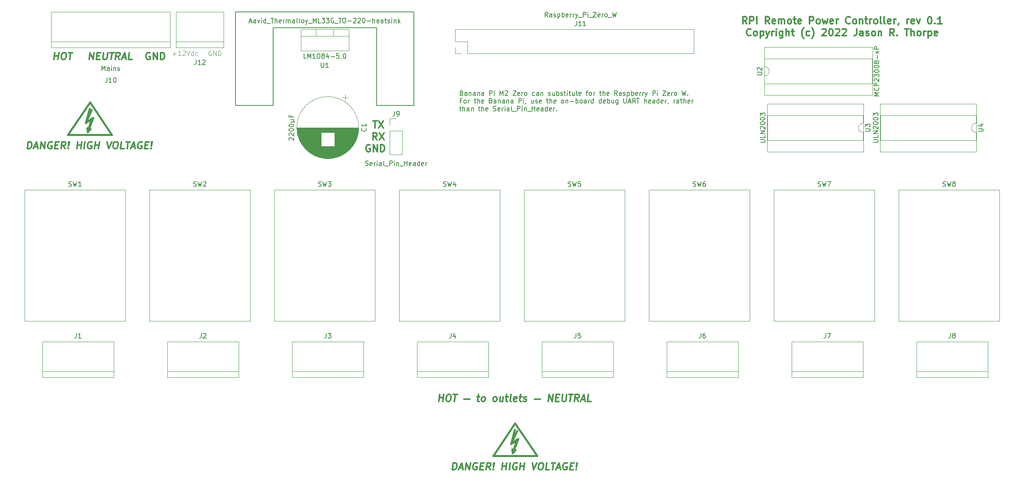
<source format=gbr>
%TF.GenerationSoftware,KiCad,Pcbnew,(5.1.12-1-10_14)*%
%TF.CreationDate,2022-01-09T10:09:14-08:00*%
%TF.ProjectId,RPI_Remote_Power_Controller,5250495f-5265-46d6-9f74-655f506f7765,0.1*%
%TF.SameCoordinates,Original*%
%TF.FileFunction,Legend,Top*%
%TF.FilePolarity,Positive*%
%FSLAX46Y46*%
G04 Gerber Fmt 4.6, Leading zero omitted, Abs format (unit mm)*
G04 Created by KiCad (PCBNEW (5.1.12-1-10_14)) date 2022-01-09 10:09:14*
%MOMM*%
%LPD*%
G01*
G04 APERTURE LIST*
%ADD10C,0.300000*%
%ADD11C,0.150000*%
%ADD12C,0.100000*%
%ADD13C,0.381000*%
%ADD14C,0.120000*%
G04 APERTURE END LIST*
D10*
X56974642Y-57193571D02*
X57162142Y-55693571D01*
X57831785Y-57193571D01*
X58019285Y-55693571D01*
X58644285Y-56407857D02*
X59144285Y-56407857D01*
X59260357Y-57193571D02*
X58546071Y-57193571D01*
X58733571Y-55693571D01*
X59447857Y-55693571D01*
X60090714Y-55693571D02*
X59938928Y-56907857D01*
X59992500Y-57050714D01*
X60055000Y-57122142D01*
X60188928Y-57193571D01*
X60474642Y-57193571D01*
X60626428Y-57122142D01*
X60706785Y-57050714D01*
X60796071Y-56907857D01*
X60947857Y-55693571D01*
X61447857Y-55693571D02*
X62305000Y-55693571D01*
X61688928Y-57193571D02*
X61876428Y-55693571D01*
X63474642Y-57193571D02*
X63063928Y-56479285D01*
X62617500Y-57193571D02*
X62805000Y-55693571D01*
X63376428Y-55693571D01*
X63510357Y-55765000D01*
X63572857Y-55836428D01*
X63626428Y-55979285D01*
X63599642Y-56193571D01*
X63510357Y-56336428D01*
X63430000Y-56407857D01*
X63278214Y-56479285D01*
X62706785Y-56479285D01*
X64099642Y-56765000D02*
X64813928Y-56765000D01*
X63903214Y-57193571D02*
X64590714Y-55693571D01*
X64903214Y-57193571D01*
X66117500Y-57193571D02*
X65403214Y-57193571D01*
X65590714Y-55693571D01*
X49493214Y-57193571D02*
X49680714Y-55693571D01*
X49591428Y-56407857D02*
X50448571Y-56407857D01*
X50350357Y-57193571D02*
X50537857Y-55693571D01*
X51537857Y-55693571D02*
X51823571Y-55693571D01*
X51957500Y-55765000D01*
X52082500Y-55907857D01*
X52118214Y-56193571D01*
X52055714Y-56693571D01*
X51948571Y-56979285D01*
X51787857Y-57122142D01*
X51636071Y-57193571D01*
X51350357Y-57193571D01*
X51216428Y-57122142D01*
X51091428Y-56979285D01*
X51055714Y-56693571D01*
X51118214Y-56193571D01*
X51225357Y-55907857D01*
X51386071Y-55765000D01*
X51537857Y-55693571D01*
X52609285Y-55693571D02*
X53466428Y-55693571D01*
X52850357Y-57193571D02*
X53037857Y-55693571D01*
D11*
X136558928Y-64318571D02*
X136701785Y-64366190D01*
X136749404Y-64413809D01*
X136797023Y-64509047D01*
X136797023Y-64651904D01*
X136749404Y-64747142D01*
X136701785Y-64794761D01*
X136606547Y-64842380D01*
X136225595Y-64842380D01*
X136225595Y-63842380D01*
X136558928Y-63842380D01*
X136654166Y-63890000D01*
X136701785Y-63937619D01*
X136749404Y-64032857D01*
X136749404Y-64128095D01*
X136701785Y-64223333D01*
X136654166Y-64270952D01*
X136558928Y-64318571D01*
X136225595Y-64318571D01*
X137654166Y-64842380D02*
X137654166Y-64318571D01*
X137606547Y-64223333D01*
X137511309Y-64175714D01*
X137320833Y-64175714D01*
X137225595Y-64223333D01*
X137654166Y-64794761D02*
X137558928Y-64842380D01*
X137320833Y-64842380D01*
X137225595Y-64794761D01*
X137177976Y-64699523D01*
X137177976Y-64604285D01*
X137225595Y-64509047D01*
X137320833Y-64461428D01*
X137558928Y-64461428D01*
X137654166Y-64413809D01*
X138130357Y-64175714D02*
X138130357Y-64842380D01*
X138130357Y-64270952D02*
X138177976Y-64223333D01*
X138273214Y-64175714D01*
X138416071Y-64175714D01*
X138511309Y-64223333D01*
X138558928Y-64318571D01*
X138558928Y-64842380D01*
X139463690Y-64842380D02*
X139463690Y-64318571D01*
X139416071Y-64223333D01*
X139320833Y-64175714D01*
X139130357Y-64175714D01*
X139035119Y-64223333D01*
X139463690Y-64794761D02*
X139368452Y-64842380D01*
X139130357Y-64842380D01*
X139035119Y-64794761D01*
X138987500Y-64699523D01*
X138987500Y-64604285D01*
X139035119Y-64509047D01*
X139130357Y-64461428D01*
X139368452Y-64461428D01*
X139463690Y-64413809D01*
X139939880Y-64175714D02*
X139939880Y-64842380D01*
X139939880Y-64270952D02*
X139987500Y-64223333D01*
X140082738Y-64175714D01*
X140225595Y-64175714D01*
X140320833Y-64223333D01*
X140368452Y-64318571D01*
X140368452Y-64842380D01*
X141273214Y-64842380D02*
X141273214Y-64318571D01*
X141225595Y-64223333D01*
X141130357Y-64175714D01*
X140939880Y-64175714D01*
X140844642Y-64223333D01*
X141273214Y-64794761D02*
X141177976Y-64842380D01*
X140939880Y-64842380D01*
X140844642Y-64794761D01*
X140797023Y-64699523D01*
X140797023Y-64604285D01*
X140844642Y-64509047D01*
X140939880Y-64461428D01*
X141177976Y-64461428D01*
X141273214Y-64413809D01*
X142511309Y-64842380D02*
X142511309Y-63842380D01*
X142892261Y-63842380D01*
X142987500Y-63890000D01*
X143035119Y-63937619D01*
X143082738Y-64032857D01*
X143082738Y-64175714D01*
X143035119Y-64270952D01*
X142987500Y-64318571D01*
X142892261Y-64366190D01*
X142511309Y-64366190D01*
X143511309Y-64842380D02*
X143511309Y-64175714D01*
X143511309Y-63842380D02*
X143463690Y-63890000D01*
X143511309Y-63937619D01*
X143558928Y-63890000D01*
X143511309Y-63842380D01*
X143511309Y-63937619D01*
X144749404Y-64842380D02*
X144749404Y-63842380D01*
X145082738Y-64556666D01*
X145416071Y-63842380D01*
X145416071Y-64842380D01*
X145844642Y-63937619D02*
X145892261Y-63890000D01*
X145987500Y-63842380D01*
X146225595Y-63842380D01*
X146320833Y-63890000D01*
X146368452Y-63937619D01*
X146416071Y-64032857D01*
X146416071Y-64128095D01*
X146368452Y-64270952D01*
X145797023Y-64842380D01*
X146416071Y-64842380D01*
X147511309Y-63842380D02*
X148177976Y-63842380D01*
X147511309Y-64842380D01*
X148177976Y-64842380D01*
X148939880Y-64794761D02*
X148844642Y-64842380D01*
X148654166Y-64842380D01*
X148558928Y-64794761D01*
X148511309Y-64699523D01*
X148511309Y-64318571D01*
X148558928Y-64223333D01*
X148654166Y-64175714D01*
X148844642Y-64175714D01*
X148939880Y-64223333D01*
X148987500Y-64318571D01*
X148987500Y-64413809D01*
X148511309Y-64509047D01*
X149416071Y-64842380D02*
X149416071Y-64175714D01*
X149416071Y-64366190D02*
X149463690Y-64270952D01*
X149511309Y-64223333D01*
X149606547Y-64175714D01*
X149701785Y-64175714D01*
X150177976Y-64842380D02*
X150082738Y-64794761D01*
X150035119Y-64747142D01*
X149987500Y-64651904D01*
X149987500Y-64366190D01*
X150035119Y-64270952D01*
X150082738Y-64223333D01*
X150177976Y-64175714D01*
X150320833Y-64175714D01*
X150416071Y-64223333D01*
X150463690Y-64270952D01*
X150511309Y-64366190D01*
X150511309Y-64651904D01*
X150463690Y-64747142D01*
X150416071Y-64794761D01*
X150320833Y-64842380D01*
X150177976Y-64842380D01*
X152130357Y-64794761D02*
X152035119Y-64842380D01*
X151844642Y-64842380D01*
X151749404Y-64794761D01*
X151701785Y-64747142D01*
X151654166Y-64651904D01*
X151654166Y-64366190D01*
X151701785Y-64270952D01*
X151749404Y-64223333D01*
X151844642Y-64175714D01*
X152035119Y-64175714D01*
X152130357Y-64223333D01*
X152987500Y-64842380D02*
X152987500Y-64318571D01*
X152939880Y-64223333D01*
X152844642Y-64175714D01*
X152654166Y-64175714D01*
X152558928Y-64223333D01*
X152987500Y-64794761D02*
X152892261Y-64842380D01*
X152654166Y-64842380D01*
X152558928Y-64794761D01*
X152511309Y-64699523D01*
X152511309Y-64604285D01*
X152558928Y-64509047D01*
X152654166Y-64461428D01*
X152892261Y-64461428D01*
X152987500Y-64413809D01*
X153463690Y-64175714D02*
X153463690Y-64842380D01*
X153463690Y-64270952D02*
X153511309Y-64223333D01*
X153606547Y-64175714D01*
X153749404Y-64175714D01*
X153844642Y-64223333D01*
X153892261Y-64318571D01*
X153892261Y-64842380D01*
X155082738Y-64794761D02*
X155177976Y-64842380D01*
X155368452Y-64842380D01*
X155463690Y-64794761D01*
X155511309Y-64699523D01*
X155511309Y-64651904D01*
X155463690Y-64556666D01*
X155368452Y-64509047D01*
X155225595Y-64509047D01*
X155130357Y-64461428D01*
X155082738Y-64366190D01*
X155082738Y-64318571D01*
X155130357Y-64223333D01*
X155225595Y-64175714D01*
X155368452Y-64175714D01*
X155463690Y-64223333D01*
X156368452Y-64175714D02*
X156368452Y-64842380D01*
X155939880Y-64175714D02*
X155939880Y-64699523D01*
X155987500Y-64794761D01*
X156082738Y-64842380D01*
X156225595Y-64842380D01*
X156320833Y-64794761D01*
X156368452Y-64747142D01*
X156844642Y-64842380D02*
X156844642Y-63842380D01*
X156844642Y-64223333D02*
X156939880Y-64175714D01*
X157130357Y-64175714D01*
X157225595Y-64223333D01*
X157273214Y-64270952D01*
X157320833Y-64366190D01*
X157320833Y-64651904D01*
X157273214Y-64747142D01*
X157225595Y-64794761D01*
X157130357Y-64842380D01*
X156939880Y-64842380D01*
X156844642Y-64794761D01*
X157701785Y-64794761D02*
X157797023Y-64842380D01*
X157987500Y-64842380D01*
X158082738Y-64794761D01*
X158130357Y-64699523D01*
X158130357Y-64651904D01*
X158082738Y-64556666D01*
X157987500Y-64509047D01*
X157844642Y-64509047D01*
X157749404Y-64461428D01*
X157701785Y-64366190D01*
X157701785Y-64318571D01*
X157749404Y-64223333D01*
X157844642Y-64175714D01*
X157987500Y-64175714D01*
X158082738Y-64223333D01*
X158416071Y-64175714D02*
X158797023Y-64175714D01*
X158558928Y-63842380D02*
X158558928Y-64699523D01*
X158606547Y-64794761D01*
X158701785Y-64842380D01*
X158797023Y-64842380D01*
X159130357Y-64842380D02*
X159130357Y-64175714D01*
X159130357Y-63842380D02*
X159082738Y-63890000D01*
X159130357Y-63937619D01*
X159177976Y-63890000D01*
X159130357Y-63842380D01*
X159130357Y-63937619D01*
X159463690Y-64175714D02*
X159844642Y-64175714D01*
X159606547Y-63842380D02*
X159606547Y-64699523D01*
X159654166Y-64794761D01*
X159749404Y-64842380D01*
X159844642Y-64842380D01*
X160606547Y-64175714D02*
X160606547Y-64842380D01*
X160177976Y-64175714D02*
X160177976Y-64699523D01*
X160225595Y-64794761D01*
X160320833Y-64842380D01*
X160463690Y-64842380D01*
X160558928Y-64794761D01*
X160606547Y-64747142D01*
X160939880Y-64175714D02*
X161320833Y-64175714D01*
X161082738Y-63842380D02*
X161082738Y-64699523D01*
X161130357Y-64794761D01*
X161225595Y-64842380D01*
X161320833Y-64842380D01*
X162035119Y-64794761D02*
X161939880Y-64842380D01*
X161749404Y-64842380D01*
X161654166Y-64794761D01*
X161606547Y-64699523D01*
X161606547Y-64318571D01*
X161654166Y-64223333D01*
X161749404Y-64175714D01*
X161939880Y-64175714D01*
X162035119Y-64223333D01*
X162082738Y-64318571D01*
X162082738Y-64413809D01*
X161606547Y-64509047D01*
X163130357Y-64175714D02*
X163511309Y-64175714D01*
X163273214Y-64842380D02*
X163273214Y-63985238D01*
X163320833Y-63890000D01*
X163416071Y-63842380D01*
X163511309Y-63842380D01*
X163987500Y-64842380D02*
X163892261Y-64794761D01*
X163844642Y-64747142D01*
X163797023Y-64651904D01*
X163797023Y-64366190D01*
X163844642Y-64270952D01*
X163892261Y-64223333D01*
X163987500Y-64175714D01*
X164130357Y-64175714D01*
X164225595Y-64223333D01*
X164273214Y-64270952D01*
X164320833Y-64366190D01*
X164320833Y-64651904D01*
X164273214Y-64747142D01*
X164225595Y-64794761D01*
X164130357Y-64842380D01*
X163987500Y-64842380D01*
X164749404Y-64842380D02*
X164749404Y-64175714D01*
X164749404Y-64366190D02*
X164797023Y-64270952D01*
X164844642Y-64223333D01*
X164939880Y-64175714D01*
X165035119Y-64175714D01*
X165987500Y-64175714D02*
X166368452Y-64175714D01*
X166130357Y-63842380D02*
X166130357Y-64699523D01*
X166177976Y-64794761D01*
X166273214Y-64842380D01*
X166368452Y-64842380D01*
X166701785Y-64842380D02*
X166701785Y-63842380D01*
X167130357Y-64842380D02*
X167130357Y-64318571D01*
X167082738Y-64223333D01*
X166987499Y-64175714D01*
X166844642Y-64175714D01*
X166749404Y-64223333D01*
X166701785Y-64270952D01*
X167987499Y-64794761D02*
X167892261Y-64842380D01*
X167701785Y-64842380D01*
X167606547Y-64794761D01*
X167558928Y-64699523D01*
X167558928Y-64318571D01*
X167606547Y-64223333D01*
X167701785Y-64175714D01*
X167892261Y-64175714D01*
X167987499Y-64223333D01*
X168035119Y-64318571D01*
X168035119Y-64413809D01*
X167558928Y-64509047D01*
X169797023Y-64842380D02*
X169463690Y-64366190D01*
X169225595Y-64842380D02*
X169225595Y-63842380D01*
X169606547Y-63842380D01*
X169701785Y-63890000D01*
X169749404Y-63937619D01*
X169797023Y-64032857D01*
X169797023Y-64175714D01*
X169749404Y-64270952D01*
X169701785Y-64318571D01*
X169606547Y-64366190D01*
X169225595Y-64366190D01*
X170654166Y-64842380D02*
X170654166Y-64318571D01*
X170606547Y-64223333D01*
X170511309Y-64175714D01*
X170320833Y-64175714D01*
X170225595Y-64223333D01*
X170654166Y-64794761D02*
X170558928Y-64842380D01*
X170320833Y-64842380D01*
X170225595Y-64794761D01*
X170177976Y-64699523D01*
X170177976Y-64604285D01*
X170225595Y-64509047D01*
X170320833Y-64461428D01*
X170558928Y-64461428D01*
X170654166Y-64413809D01*
X171082738Y-64794761D02*
X171177976Y-64842380D01*
X171368452Y-64842380D01*
X171463690Y-64794761D01*
X171511309Y-64699523D01*
X171511309Y-64651904D01*
X171463690Y-64556666D01*
X171368452Y-64509047D01*
X171225595Y-64509047D01*
X171130357Y-64461428D01*
X171082738Y-64366190D01*
X171082738Y-64318571D01*
X171130357Y-64223333D01*
X171225595Y-64175714D01*
X171368452Y-64175714D01*
X171463690Y-64223333D01*
X171939880Y-64175714D02*
X171939880Y-65175714D01*
X171939880Y-64223333D02*
X172035119Y-64175714D01*
X172225595Y-64175714D01*
X172320833Y-64223333D01*
X172368452Y-64270952D01*
X172416071Y-64366190D01*
X172416071Y-64651904D01*
X172368452Y-64747142D01*
X172320833Y-64794761D01*
X172225595Y-64842380D01*
X172035119Y-64842380D01*
X171939880Y-64794761D01*
X172844642Y-64842380D02*
X172844642Y-63842380D01*
X172844642Y-64223333D02*
X172939880Y-64175714D01*
X173130357Y-64175714D01*
X173225595Y-64223333D01*
X173273214Y-64270952D01*
X173320833Y-64366190D01*
X173320833Y-64651904D01*
X173273214Y-64747142D01*
X173225595Y-64794761D01*
X173130357Y-64842380D01*
X172939880Y-64842380D01*
X172844642Y-64794761D01*
X174130357Y-64794761D02*
X174035119Y-64842380D01*
X173844642Y-64842380D01*
X173749404Y-64794761D01*
X173701785Y-64699523D01*
X173701785Y-64318571D01*
X173749404Y-64223333D01*
X173844642Y-64175714D01*
X174035119Y-64175714D01*
X174130357Y-64223333D01*
X174177976Y-64318571D01*
X174177976Y-64413809D01*
X173701785Y-64509047D01*
X174606547Y-64842380D02*
X174606547Y-64175714D01*
X174606547Y-64366190D02*
X174654166Y-64270952D01*
X174701785Y-64223333D01*
X174797023Y-64175714D01*
X174892261Y-64175714D01*
X175225595Y-64842380D02*
X175225595Y-64175714D01*
X175225595Y-64366190D02*
X175273214Y-64270952D01*
X175320833Y-64223333D01*
X175416071Y-64175714D01*
X175511309Y-64175714D01*
X175749404Y-64175714D02*
X175987499Y-64842380D01*
X176225595Y-64175714D02*
X175987499Y-64842380D01*
X175892261Y-65080476D01*
X175844642Y-65128095D01*
X175749404Y-65175714D01*
X177368452Y-64842380D02*
X177368452Y-63842380D01*
X177749404Y-63842380D01*
X177844642Y-63890000D01*
X177892261Y-63937619D01*
X177939880Y-64032857D01*
X177939880Y-64175714D01*
X177892261Y-64270952D01*
X177844642Y-64318571D01*
X177749404Y-64366190D01*
X177368452Y-64366190D01*
X178368452Y-64842380D02*
X178368452Y-64175714D01*
X178368452Y-63842380D02*
X178320833Y-63890000D01*
X178368452Y-63937619D01*
X178416071Y-63890000D01*
X178368452Y-63842380D01*
X178368452Y-63937619D01*
X179511309Y-63842380D02*
X180177976Y-63842380D01*
X179511309Y-64842380D01*
X180177976Y-64842380D01*
X180939880Y-64794761D02*
X180844642Y-64842380D01*
X180654166Y-64842380D01*
X180558928Y-64794761D01*
X180511309Y-64699523D01*
X180511309Y-64318571D01*
X180558928Y-64223333D01*
X180654166Y-64175714D01*
X180844642Y-64175714D01*
X180939880Y-64223333D01*
X180987499Y-64318571D01*
X180987499Y-64413809D01*
X180511309Y-64509047D01*
X181416071Y-64842380D02*
X181416071Y-64175714D01*
X181416071Y-64366190D02*
X181463690Y-64270952D01*
X181511309Y-64223333D01*
X181606547Y-64175714D01*
X181701785Y-64175714D01*
X182177976Y-64842380D02*
X182082738Y-64794761D01*
X182035119Y-64747142D01*
X181987499Y-64651904D01*
X181987499Y-64366190D01*
X182035119Y-64270952D01*
X182082738Y-64223333D01*
X182177976Y-64175714D01*
X182320833Y-64175714D01*
X182416071Y-64223333D01*
X182463690Y-64270952D01*
X182511309Y-64366190D01*
X182511309Y-64651904D01*
X182463690Y-64747142D01*
X182416071Y-64794761D01*
X182320833Y-64842380D01*
X182177976Y-64842380D01*
X183606547Y-63842380D02*
X183844642Y-64842380D01*
X184035119Y-64128095D01*
X184225595Y-64842380D01*
X184463690Y-63842380D01*
X184844642Y-64747142D02*
X184892261Y-64794761D01*
X184844642Y-64842380D01*
X184797023Y-64794761D01*
X184844642Y-64747142D01*
X184844642Y-64842380D01*
X136558928Y-65968571D02*
X136225595Y-65968571D01*
X136225595Y-66492380D02*
X136225595Y-65492380D01*
X136701785Y-65492380D01*
X137225595Y-66492380D02*
X137130357Y-66444761D01*
X137082738Y-66397142D01*
X137035119Y-66301904D01*
X137035119Y-66016190D01*
X137082738Y-65920952D01*
X137130357Y-65873333D01*
X137225595Y-65825714D01*
X137368452Y-65825714D01*
X137463690Y-65873333D01*
X137511309Y-65920952D01*
X137558928Y-66016190D01*
X137558928Y-66301904D01*
X137511309Y-66397142D01*
X137463690Y-66444761D01*
X137368452Y-66492380D01*
X137225595Y-66492380D01*
X137987500Y-66492380D02*
X137987500Y-65825714D01*
X137987500Y-66016190D02*
X138035119Y-65920952D01*
X138082738Y-65873333D01*
X138177976Y-65825714D01*
X138273214Y-65825714D01*
X139225595Y-65825714D02*
X139606547Y-65825714D01*
X139368452Y-65492380D02*
X139368452Y-66349523D01*
X139416071Y-66444761D01*
X139511309Y-66492380D01*
X139606547Y-66492380D01*
X139939880Y-66492380D02*
X139939880Y-65492380D01*
X140368452Y-66492380D02*
X140368452Y-65968571D01*
X140320833Y-65873333D01*
X140225595Y-65825714D01*
X140082738Y-65825714D01*
X139987500Y-65873333D01*
X139939880Y-65920952D01*
X141225595Y-66444761D02*
X141130357Y-66492380D01*
X140939880Y-66492380D01*
X140844642Y-66444761D01*
X140797023Y-66349523D01*
X140797023Y-65968571D01*
X140844642Y-65873333D01*
X140939880Y-65825714D01*
X141130357Y-65825714D01*
X141225595Y-65873333D01*
X141273214Y-65968571D01*
X141273214Y-66063809D01*
X140797023Y-66159047D01*
X142797023Y-65968571D02*
X142939880Y-66016190D01*
X142987500Y-66063809D01*
X143035119Y-66159047D01*
X143035119Y-66301904D01*
X142987500Y-66397142D01*
X142939880Y-66444761D01*
X142844642Y-66492380D01*
X142463690Y-66492380D01*
X142463690Y-65492380D01*
X142797023Y-65492380D01*
X142892261Y-65540000D01*
X142939880Y-65587619D01*
X142987500Y-65682857D01*
X142987500Y-65778095D01*
X142939880Y-65873333D01*
X142892261Y-65920952D01*
X142797023Y-65968571D01*
X142463690Y-65968571D01*
X143892261Y-66492380D02*
X143892261Y-65968571D01*
X143844642Y-65873333D01*
X143749404Y-65825714D01*
X143558928Y-65825714D01*
X143463690Y-65873333D01*
X143892261Y-66444761D02*
X143797023Y-66492380D01*
X143558928Y-66492380D01*
X143463690Y-66444761D01*
X143416071Y-66349523D01*
X143416071Y-66254285D01*
X143463690Y-66159047D01*
X143558928Y-66111428D01*
X143797023Y-66111428D01*
X143892261Y-66063809D01*
X144368452Y-65825714D02*
X144368452Y-66492380D01*
X144368452Y-65920952D02*
X144416071Y-65873333D01*
X144511309Y-65825714D01*
X144654166Y-65825714D01*
X144749404Y-65873333D01*
X144797023Y-65968571D01*
X144797023Y-66492380D01*
X145701785Y-66492380D02*
X145701785Y-65968571D01*
X145654166Y-65873333D01*
X145558928Y-65825714D01*
X145368452Y-65825714D01*
X145273214Y-65873333D01*
X145701785Y-66444761D02*
X145606547Y-66492380D01*
X145368452Y-66492380D01*
X145273214Y-66444761D01*
X145225595Y-66349523D01*
X145225595Y-66254285D01*
X145273214Y-66159047D01*
X145368452Y-66111428D01*
X145606547Y-66111428D01*
X145701785Y-66063809D01*
X146177976Y-65825714D02*
X146177976Y-66492380D01*
X146177976Y-65920952D02*
X146225595Y-65873333D01*
X146320833Y-65825714D01*
X146463690Y-65825714D01*
X146558928Y-65873333D01*
X146606547Y-65968571D01*
X146606547Y-66492380D01*
X147511309Y-66492380D02*
X147511309Y-65968571D01*
X147463690Y-65873333D01*
X147368452Y-65825714D01*
X147177976Y-65825714D01*
X147082738Y-65873333D01*
X147511309Y-66444761D02*
X147416071Y-66492380D01*
X147177976Y-66492380D01*
X147082738Y-66444761D01*
X147035119Y-66349523D01*
X147035119Y-66254285D01*
X147082738Y-66159047D01*
X147177976Y-66111428D01*
X147416071Y-66111428D01*
X147511309Y-66063809D01*
X148749404Y-66492380D02*
X148749404Y-65492380D01*
X149130357Y-65492380D01*
X149225595Y-65540000D01*
X149273214Y-65587619D01*
X149320833Y-65682857D01*
X149320833Y-65825714D01*
X149273214Y-65920952D01*
X149225595Y-65968571D01*
X149130357Y-66016190D01*
X148749404Y-66016190D01*
X149749404Y-66492380D02*
X149749404Y-65825714D01*
X149749404Y-65492380D02*
X149701785Y-65540000D01*
X149749404Y-65587619D01*
X149797023Y-65540000D01*
X149749404Y-65492380D01*
X149749404Y-65587619D01*
X150273214Y-66444761D02*
X150273214Y-66492380D01*
X150225595Y-66587619D01*
X150177976Y-66635238D01*
X151892261Y-65825714D02*
X151892261Y-66492380D01*
X151463690Y-65825714D02*
X151463690Y-66349523D01*
X151511309Y-66444761D01*
X151606547Y-66492380D01*
X151749404Y-66492380D01*
X151844642Y-66444761D01*
X151892261Y-66397142D01*
X152320833Y-66444761D02*
X152416071Y-66492380D01*
X152606547Y-66492380D01*
X152701785Y-66444761D01*
X152749404Y-66349523D01*
X152749404Y-66301904D01*
X152701785Y-66206666D01*
X152606547Y-66159047D01*
X152463690Y-66159047D01*
X152368452Y-66111428D01*
X152320833Y-66016190D01*
X152320833Y-65968571D01*
X152368452Y-65873333D01*
X152463690Y-65825714D01*
X152606547Y-65825714D01*
X152701785Y-65873333D01*
X153558928Y-66444761D02*
X153463690Y-66492380D01*
X153273214Y-66492380D01*
X153177976Y-66444761D01*
X153130357Y-66349523D01*
X153130357Y-65968571D01*
X153177976Y-65873333D01*
X153273214Y-65825714D01*
X153463690Y-65825714D01*
X153558928Y-65873333D01*
X153606547Y-65968571D01*
X153606547Y-66063809D01*
X153130357Y-66159047D01*
X154654166Y-65825714D02*
X155035119Y-65825714D01*
X154797023Y-65492380D02*
X154797023Y-66349523D01*
X154844642Y-66444761D01*
X154939880Y-66492380D01*
X155035119Y-66492380D01*
X155368452Y-66492380D02*
X155368452Y-65492380D01*
X155797023Y-66492380D02*
X155797023Y-65968571D01*
X155749404Y-65873333D01*
X155654166Y-65825714D01*
X155511309Y-65825714D01*
X155416071Y-65873333D01*
X155368452Y-65920952D01*
X156654166Y-66444761D02*
X156558928Y-66492380D01*
X156368452Y-66492380D01*
X156273214Y-66444761D01*
X156225595Y-66349523D01*
X156225595Y-65968571D01*
X156273214Y-65873333D01*
X156368452Y-65825714D01*
X156558928Y-65825714D01*
X156654166Y-65873333D01*
X156701785Y-65968571D01*
X156701785Y-66063809D01*
X156225595Y-66159047D01*
X158035119Y-66492380D02*
X157939880Y-66444761D01*
X157892261Y-66397142D01*
X157844642Y-66301904D01*
X157844642Y-66016190D01*
X157892261Y-65920952D01*
X157939880Y-65873333D01*
X158035119Y-65825714D01*
X158177976Y-65825714D01*
X158273214Y-65873333D01*
X158320833Y-65920952D01*
X158368452Y-66016190D01*
X158368452Y-66301904D01*
X158320833Y-66397142D01*
X158273214Y-66444761D01*
X158177976Y-66492380D01*
X158035119Y-66492380D01*
X158797023Y-65825714D02*
X158797023Y-66492380D01*
X158797023Y-65920952D02*
X158844642Y-65873333D01*
X158939880Y-65825714D01*
X159082738Y-65825714D01*
X159177976Y-65873333D01*
X159225595Y-65968571D01*
X159225595Y-66492380D01*
X159701785Y-66111428D02*
X160463690Y-66111428D01*
X160939880Y-66492380D02*
X160939880Y-65492380D01*
X160939880Y-65873333D02*
X161035119Y-65825714D01*
X161225595Y-65825714D01*
X161320833Y-65873333D01*
X161368452Y-65920952D01*
X161416071Y-66016190D01*
X161416071Y-66301904D01*
X161368452Y-66397142D01*
X161320833Y-66444761D01*
X161225595Y-66492380D01*
X161035119Y-66492380D01*
X160939880Y-66444761D01*
X161987500Y-66492380D02*
X161892261Y-66444761D01*
X161844642Y-66397142D01*
X161797023Y-66301904D01*
X161797023Y-66016190D01*
X161844642Y-65920952D01*
X161892261Y-65873333D01*
X161987500Y-65825714D01*
X162130357Y-65825714D01*
X162225595Y-65873333D01*
X162273214Y-65920952D01*
X162320833Y-66016190D01*
X162320833Y-66301904D01*
X162273214Y-66397142D01*
X162225595Y-66444761D01*
X162130357Y-66492380D01*
X161987500Y-66492380D01*
X163177976Y-66492380D02*
X163177976Y-65968571D01*
X163130357Y-65873333D01*
X163035119Y-65825714D01*
X162844642Y-65825714D01*
X162749404Y-65873333D01*
X163177976Y-66444761D02*
X163082738Y-66492380D01*
X162844642Y-66492380D01*
X162749404Y-66444761D01*
X162701785Y-66349523D01*
X162701785Y-66254285D01*
X162749404Y-66159047D01*
X162844642Y-66111428D01*
X163082738Y-66111428D01*
X163177976Y-66063809D01*
X163654166Y-66492380D02*
X163654166Y-65825714D01*
X163654166Y-66016190D02*
X163701785Y-65920952D01*
X163749404Y-65873333D01*
X163844642Y-65825714D01*
X163939880Y-65825714D01*
X164701785Y-66492380D02*
X164701785Y-65492380D01*
X164701785Y-66444761D02*
X164606547Y-66492380D01*
X164416071Y-66492380D01*
X164320833Y-66444761D01*
X164273214Y-66397142D01*
X164225595Y-66301904D01*
X164225595Y-66016190D01*
X164273214Y-65920952D01*
X164320833Y-65873333D01*
X164416071Y-65825714D01*
X164606547Y-65825714D01*
X164701785Y-65873333D01*
X166368452Y-66492380D02*
X166368452Y-65492380D01*
X166368452Y-66444761D02*
X166273214Y-66492380D01*
X166082738Y-66492380D01*
X165987500Y-66444761D01*
X165939880Y-66397142D01*
X165892261Y-66301904D01*
X165892261Y-66016190D01*
X165939880Y-65920952D01*
X165987500Y-65873333D01*
X166082738Y-65825714D01*
X166273214Y-65825714D01*
X166368452Y-65873333D01*
X167225595Y-66444761D02*
X167130357Y-66492380D01*
X166939880Y-66492380D01*
X166844642Y-66444761D01*
X166797023Y-66349523D01*
X166797023Y-65968571D01*
X166844642Y-65873333D01*
X166939880Y-65825714D01*
X167130357Y-65825714D01*
X167225595Y-65873333D01*
X167273214Y-65968571D01*
X167273214Y-66063809D01*
X166797023Y-66159047D01*
X167701785Y-66492380D02*
X167701785Y-65492380D01*
X167701785Y-65873333D02*
X167797023Y-65825714D01*
X167987499Y-65825714D01*
X168082738Y-65873333D01*
X168130357Y-65920952D01*
X168177976Y-66016190D01*
X168177976Y-66301904D01*
X168130357Y-66397142D01*
X168082738Y-66444761D01*
X167987499Y-66492380D01*
X167797023Y-66492380D01*
X167701785Y-66444761D01*
X169035119Y-65825714D02*
X169035119Y-66492380D01*
X168606547Y-65825714D02*
X168606547Y-66349523D01*
X168654166Y-66444761D01*
X168749404Y-66492380D01*
X168892261Y-66492380D01*
X168987499Y-66444761D01*
X169035119Y-66397142D01*
X169939880Y-65825714D02*
X169939880Y-66635238D01*
X169892261Y-66730476D01*
X169844642Y-66778095D01*
X169749404Y-66825714D01*
X169606547Y-66825714D01*
X169511309Y-66778095D01*
X169939880Y-66444761D02*
X169844642Y-66492380D01*
X169654166Y-66492380D01*
X169558928Y-66444761D01*
X169511309Y-66397142D01*
X169463690Y-66301904D01*
X169463690Y-66016190D01*
X169511309Y-65920952D01*
X169558928Y-65873333D01*
X169654166Y-65825714D01*
X169844642Y-65825714D01*
X169939880Y-65873333D01*
X171177976Y-65492380D02*
X171177976Y-66301904D01*
X171225595Y-66397142D01*
X171273214Y-66444761D01*
X171368452Y-66492380D01*
X171558928Y-66492380D01*
X171654166Y-66444761D01*
X171701785Y-66397142D01*
X171749404Y-66301904D01*
X171749404Y-65492380D01*
X172177976Y-66206666D02*
X172654166Y-66206666D01*
X172082738Y-66492380D02*
X172416071Y-65492380D01*
X172749404Y-66492380D01*
X173654166Y-66492380D02*
X173320833Y-66016190D01*
X173082738Y-66492380D02*
X173082738Y-65492380D01*
X173463690Y-65492380D01*
X173558928Y-65540000D01*
X173606547Y-65587619D01*
X173654166Y-65682857D01*
X173654166Y-65825714D01*
X173606547Y-65920952D01*
X173558928Y-65968571D01*
X173463690Y-66016190D01*
X173082738Y-66016190D01*
X173939880Y-65492380D02*
X174511309Y-65492380D01*
X174225595Y-66492380D02*
X174225595Y-65492380D01*
X175606547Y-66492380D02*
X175606547Y-65492380D01*
X176035119Y-66492380D02*
X176035119Y-65968571D01*
X175987499Y-65873333D01*
X175892261Y-65825714D01*
X175749404Y-65825714D01*
X175654166Y-65873333D01*
X175606547Y-65920952D01*
X176892261Y-66444761D02*
X176797023Y-66492380D01*
X176606547Y-66492380D01*
X176511309Y-66444761D01*
X176463690Y-66349523D01*
X176463690Y-65968571D01*
X176511309Y-65873333D01*
X176606547Y-65825714D01*
X176797023Y-65825714D01*
X176892261Y-65873333D01*
X176939880Y-65968571D01*
X176939880Y-66063809D01*
X176463690Y-66159047D01*
X177797023Y-66492380D02*
X177797023Y-65968571D01*
X177749404Y-65873333D01*
X177654166Y-65825714D01*
X177463690Y-65825714D01*
X177368452Y-65873333D01*
X177797023Y-66444761D02*
X177701785Y-66492380D01*
X177463690Y-66492380D01*
X177368452Y-66444761D01*
X177320833Y-66349523D01*
X177320833Y-66254285D01*
X177368452Y-66159047D01*
X177463690Y-66111428D01*
X177701785Y-66111428D01*
X177797023Y-66063809D01*
X178701785Y-66492380D02*
X178701785Y-65492380D01*
X178701785Y-66444761D02*
X178606547Y-66492380D01*
X178416071Y-66492380D01*
X178320833Y-66444761D01*
X178273214Y-66397142D01*
X178225595Y-66301904D01*
X178225595Y-66016190D01*
X178273214Y-65920952D01*
X178320833Y-65873333D01*
X178416071Y-65825714D01*
X178606547Y-65825714D01*
X178701785Y-65873333D01*
X179558928Y-66444761D02*
X179463690Y-66492380D01*
X179273214Y-66492380D01*
X179177976Y-66444761D01*
X179130357Y-66349523D01*
X179130357Y-65968571D01*
X179177976Y-65873333D01*
X179273214Y-65825714D01*
X179463690Y-65825714D01*
X179558928Y-65873333D01*
X179606547Y-65968571D01*
X179606547Y-66063809D01*
X179130357Y-66159047D01*
X180035119Y-66492380D02*
X180035119Y-65825714D01*
X180035119Y-66016190D02*
X180082738Y-65920952D01*
X180130357Y-65873333D01*
X180225595Y-65825714D01*
X180320833Y-65825714D01*
X180701785Y-66444761D02*
X180701785Y-66492380D01*
X180654166Y-66587619D01*
X180606547Y-66635238D01*
X181892261Y-66492380D02*
X181892261Y-65825714D01*
X181892261Y-66016190D02*
X181939880Y-65920952D01*
X181987499Y-65873333D01*
X182082738Y-65825714D01*
X182177976Y-65825714D01*
X182939880Y-66492380D02*
X182939880Y-65968571D01*
X182892261Y-65873333D01*
X182797023Y-65825714D01*
X182606547Y-65825714D01*
X182511309Y-65873333D01*
X182939880Y-66444761D02*
X182844642Y-66492380D01*
X182606547Y-66492380D01*
X182511309Y-66444761D01*
X182463690Y-66349523D01*
X182463690Y-66254285D01*
X182511309Y-66159047D01*
X182606547Y-66111428D01*
X182844642Y-66111428D01*
X182939880Y-66063809D01*
X183273214Y-65825714D02*
X183654166Y-65825714D01*
X183416071Y-65492380D02*
X183416071Y-66349523D01*
X183463690Y-66444761D01*
X183558928Y-66492380D01*
X183654166Y-66492380D01*
X183987499Y-66492380D02*
X183987499Y-65492380D01*
X184416071Y-66492380D02*
X184416071Y-65968571D01*
X184368452Y-65873333D01*
X184273214Y-65825714D01*
X184130357Y-65825714D01*
X184035119Y-65873333D01*
X183987499Y-65920952D01*
X185273214Y-66444761D02*
X185177976Y-66492380D01*
X184987499Y-66492380D01*
X184892261Y-66444761D01*
X184844642Y-66349523D01*
X184844642Y-65968571D01*
X184892261Y-65873333D01*
X184987499Y-65825714D01*
X185177976Y-65825714D01*
X185273214Y-65873333D01*
X185320833Y-65968571D01*
X185320833Y-66063809D01*
X184844642Y-66159047D01*
X185749404Y-66492380D02*
X185749404Y-65825714D01*
X185749404Y-66016190D02*
X185797023Y-65920952D01*
X185844642Y-65873333D01*
X185939880Y-65825714D01*
X186035119Y-65825714D01*
X136082738Y-67475714D02*
X136463690Y-67475714D01*
X136225595Y-67142380D02*
X136225595Y-67999523D01*
X136273214Y-68094761D01*
X136368452Y-68142380D01*
X136463690Y-68142380D01*
X136797023Y-68142380D02*
X136797023Y-67142380D01*
X137225595Y-68142380D02*
X137225595Y-67618571D01*
X137177976Y-67523333D01*
X137082738Y-67475714D01*
X136939880Y-67475714D01*
X136844642Y-67523333D01*
X136797023Y-67570952D01*
X138130357Y-68142380D02*
X138130357Y-67618571D01*
X138082738Y-67523333D01*
X137987500Y-67475714D01*
X137797023Y-67475714D01*
X137701785Y-67523333D01*
X138130357Y-68094761D02*
X138035119Y-68142380D01*
X137797023Y-68142380D01*
X137701785Y-68094761D01*
X137654166Y-67999523D01*
X137654166Y-67904285D01*
X137701785Y-67809047D01*
X137797023Y-67761428D01*
X138035119Y-67761428D01*
X138130357Y-67713809D01*
X138606547Y-67475714D02*
X138606547Y-68142380D01*
X138606547Y-67570952D02*
X138654166Y-67523333D01*
X138749404Y-67475714D01*
X138892261Y-67475714D01*
X138987500Y-67523333D01*
X139035119Y-67618571D01*
X139035119Y-68142380D01*
X140130357Y-67475714D02*
X140511309Y-67475714D01*
X140273214Y-67142380D02*
X140273214Y-67999523D01*
X140320833Y-68094761D01*
X140416071Y-68142380D01*
X140511309Y-68142380D01*
X140844642Y-68142380D02*
X140844642Y-67142380D01*
X141273214Y-68142380D02*
X141273214Y-67618571D01*
X141225595Y-67523333D01*
X141130357Y-67475714D01*
X140987500Y-67475714D01*
X140892261Y-67523333D01*
X140844642Y-67570952D01*
X142130357Y-68094761D02*
X142035119Y-68142380D01*
X141844642Y-68142380D01*
X141749404Y-68094761D01*
X141701785Y-67999523D01*
X141701785Y-67618571D01*
X141749404Y-67523333D01*
X141844642Y-67475714D01*
X142035119Y-67475714D01*
X142130357Y-67523333D01*
X142177976Y-67618571D01*
X142177976Y-67713809D01*
X141701785Y-67809047D01*
X143320833Y-68094761D02*
X143463690Y-68142380D01*
X143701785Y-68142380D01*
X143797023Y-68094761D01*
X143844642Y-68047142D01*
X143892261Y-67951904D01*
X143892261Y-67856666D01*
X143844642Y-67761428D01*
X143797023Y-67713809D01*
X143701785Y-67666190D01*
X143511309Y-67618571D01*
X143416071Y-67570952D01*
X143368452Y-67523333D01*
X143320833Y-67428095D01*
X143320833Y-67332857D01*
X143368452Y-67237619D01*
X143416071Y-67190000D01*
X143511309Y-67142380D01*
X143749404Y-67142380D01*
X143892261Y-67190000D01*
X144701785Y-68094761D02*
X144606547Y-68142380D01*
X144416071Y-68142380D01*
X144320833Y-68094761D01*
X144273214Y-67999523D01*
X144273214Y-67618571D01*
X144320833Y-67523333D01*
X144416071Y-67475714D01*
X144606547Y-67475714D01*
X144701785Y-67523333D01*
X144749404Y-67618571D01*
X144749404Y-67713809D01*
X144273214Y-67809047D01*
X145177976Y-68142380D02*
X145177976Y-67475714D01*
X145177976Y-67666190D02*
X145225595Y-67570952D01*
X145273214Y-67523333D01*
X145368452Y-67475714D01*
X145463690Y-67475714D01*
X145797023Y-68142380D02*
X145797023Y-67475714D01*
X145797023Y-67142380D02*
X145749404Y-67190000D01*
X145797023Y-67237619D01*
X145844642Y-67190000D01*
X145797023Y-67142380D01*
X145797023Y-67237619D01*
X146701785Y-68142380D02*
X146701785Y-67618571D01*
X146654166Y-67523333D01*
X146558928Y-67475714D01*
X146368452Y-67475714D01*
X146273214Y-67523333D01*
X146701785Y-68094761D02*
X146606547Y-68142380D01*
X146368452Y-68142380D01*
X146273214Y-68094761D01*
X146225595Y-67999523D01*
X146225595Y-67904285D01*
X146273214Y-67809047D01*
X146368452Y-67761428D01*
X146606547Y-67761428D01*
X146701785Y-67713809D01*
X147320833Y-68142380D02*
X147225595Y-68094761D01*
X147177976Y-67999523D01*
X147177976Y-67142380D01*
X147463690Y-68237619D02*
X148225595Y-68237619D01*
X148463690Y-68142380D02*
X148463690Y-67142380D01*
X148844642Y-67142380D01*
X148939880Y-67190000D01*
X148987500Y-67237619D01*
X149035119Y-67332857D01*
X149035119Y-67475714D01*
X148987500Y-67570952D01*
X148939880Y-67618571D01*
X148844642Y-67666190D01*
X148463690Y-67666190D01*
X149463690Y-68142380D02*
X149463690Y-67475714D01*
X149463690Y-67142380D02*
X149416071Y-67190000D01*
X149463690Y-67237619D01*
X149511309Y-67190000D01*
X149463690Y-67142380D01*
X149463690Y-67237619D01*
X149939880Y-67475714D02*
X149939880Y-68142380D01*
X149939880Y-67570952D02*
X149987500Y-67523333D01*
X150082738Y-67475714D01*
X150225595Y-67475714D01*
X150320833Y-67523333D01*
X150368452Y-67618571D01*
X150368452Y-68142380D01*
X150606547Y-68237619D02*
X151368452Y-68237619D01*
X151606547Y-68142380D02*
X151606547Y-67142380D01*
X151606547Y-67618571D02*
X152177976Y-67618571D01*
X152177976Y-68142380D02*
X152177976Y-67142380D01*
X153035119Y-68094761D02*
X152939880Y-68142380D01*
X152749404Y-68142380D01*
X152654166Y-68094761D01*
X152606547Y-67999523D01*
X152606547Y-67618571D01*
X152654166Y-67523333D01*
X152749404Y-67475714D01*
X152939880Y-67475714D01*
X153035119Y-67523333D01*
X153082738Y-67618571D01*
X153082738Y-67713809D01*
X152606547Y-67809047D01*
X153939880Y-68142380D02*
X153939880Y-67618571D01*
X153892261Y-67523333D01*
X153797023Y-67475714D01*
X153606547Y-67475714D01*
X153511309Y-67523333D01*
X153939880Y-68094761D02*
X153844642Y-68142380D01*
X153606547Y-68142380D01*
X153511309Y-68094761D01*
X153463690Y-67999523D01*
X153463690Y-67904285D01*
X153511309Y-67809047D01*
X153606547Y-67761428D01*
X153844642Y-67761428D01*
X153939880Y-67713809D01*
X154844642Y-68142380D02*
X154844642Y-67142380D01*
X154844642Y-68094761D02*
X154749404Y-68142380D01*
X154558928Y-68142380D01*
X154463690Y-68094761D01*
X154416071Y-68047142D01*
X154368452Y-67951904D01*
X154368452Y-67666190D01*
X154416071Y-67570952D01*
X154463690Y-67523333D01*
X154558928Y-67475714D01*
X154749404Y-67475714D01*
X154844642Y-67523333D01*
X155701785Y-68094761D02*
X155606547Y-68142380D01*
X155416071Y-68142380D01*
X155320833Y-68094761D01*
X155273214Y-67999523D01*
X155273214Y-67618571D01*
X155320833Y-67523333D01*
X155416071Y-67475714D01*
X155606547Y-67475714D01*
X155701785Y-67523333D01*
X155749404Y-67618571D01*
X155749404Y-67713809D01*
X155273214Y-67809047D01*
X156177976Y-68142380D02*
X156177976Y-67475714D01*
X156177976Y-67666190D02*
X156225595Y-67570952D01*
X156273214Y-67523333D01*
X156368452Y-67475714D01*
X156463690Y-67475714D01*
X156797023Y-68047142D02*
X156844642Y-68094761D01*
X156797023Y-68142380D01*
X156749404Y-68094761D01*
X156797023Y-68047142D01*
X156797023Y-68142380D01*
D10*
X134584642Y-144823571D02*
X134772142Y-143323571D01*
X135129285Y-143323571D01*
X135334642Y-143395000D01*
X135459642Y-143537857D01*
X135513214Y-143680714D01*
X135548928Y-143966428D01*
X135522142Y-144180714D01*
X135415000Y-144466428D01*
X135325714Y-144609285D01*
X135165000Y-144752142D01*
X134941785Y-144823571D01*
X134584642Y-144823571D01*
X136066785Y-144395000D02*
X136781071Y-144395000D01*
X135870357Y-144823571D02*
X136557857Y-143323571D01*
X136870357Y-144823571D01*
X137370357Y-144823571D02*
X137557857Y-143323571D01*
X138227500Y-144823571D01*
X138415000Y-143323571D01*
X139906071Y-143395000D02*
X139772142Y-143323571D01*
X139557857Y-143323571D01*
X139334642Y-143395000D01*
X139173928Y-143537857D01*
X139084642Y-143680714D01*
X138977500Y-143966428D01*
X138950714Y-144180714D01*
X138986428Y-144466428D01*
X139040000Y-144609285D01*
X139165000Y-144752142D01*
X139370357Y-144823571D01*
X139513214Y-144823571D01*
X139736428Y-144752142D01*
X139816785Y-144680714D01*
X139879285Y-144180714D01*
X139593571Y-144180714D01*
X140540000Y-144037857D02*
X141040000Y-144037857D01*
X141156071Y-144823571D02*
X140441785Y-144823571D01*
X140629285Y-143323571D01*
X141343571Y-143323571D01*
X142656071Y-144823571D02*
X142245357Y-144109285D01*
X141798928Y-144823571D02*
X141986428Y-143323571D01*
X142557857Y-143323571D01*
X142691785Y-143395000D01*
X142754285Y-143466428D01*
X142807857Y-143609285D01*
X142781071Y-143823571D01*
X142691785Y-143966428D01*
X142611428Y-144037857D01*
X142459642Y-144109285D01*
X141888214Y-144109285D01*
X143316785Y-144680714D02*
X143379285Y-144752142D01*
X143298928Y-144823571D01*
X143236428Y-144752142D01*
X143316785Y-144680714D01*
X143298928Y-144823571D01*
X143370357Y-144252142D02*
X143406071Y-143395000D01*
X143486428Y-143323571D01*
X143548928Y-143395000D01*
X143370357Y-144252142D01*
X143486428Y-143323571D01*
X145156071Y-144823571D02*
X145343571Y-143323571D01*
X145254285Y-144037857D02*
X146111428Y-144037857D01*
X146013214Y-144823571D02*
X146200714Y-143323571D01*
X146727500Y-144823571D02*
X146915000Y-143323571D01*
X148406071Y-143395000D02*
X148272142Y-143323571D01*
X148057857Y-143323571D01*
X147834642Y-143395000D01*
X147673928Y-143537857D01*
X147584642Y-143680714D01*
X147477500Y-143966428D01*
X147450714Y-144180714D01*
X147486428Y-144466428D01*
X147540000Y-144609285D01*
X147665000Y-144752142D01*
X147870357Y-144823571D01*
X148013214Y-144823571D01*
X148236428Y-144752142D01*
X148316785Y-144680714D01*
X148379285Y-144180714D01*
X148093571Y-144180714D01*
X148941785Y-144823571D02*
X149129285Y-143323571D01*
X149040000Y-144037857D02*
X149897142Y-144037857D01*
X149798928Y-144823571D02*
X149986428Y-143323571D01*
X151629285Y-143323571D02*
X151941785Y-144823571D01*
X152629285Y-143323571D01*
X153415000Y-143323571D02*
X153700714Y-143323571D01*
X153834642Y-143395000D01*
X153959642Y-143537857D01*
X153995357Y-143823571D01*
X153932857Y-144323571D01*
X153825714Y-144609285D01*
X153665000Y-144752142D01*
X153513214Y-144823571D01*
X153227500Y-144823571D01*
X153093571Y-144752142D01*
X152968571Y-144609285D01*
X152932857Y-144323571D01*
X152995357Y-143823571D01*
X153102500Y-143537857D01*
X153263214Y-143395000D01*
X153415000Y-143323571D01*
X155227500Y-144823571D02*
X154513214Y-144823571D01*
X154700714Y-143323571D01*
X155700714Y-143323571D02*
X156557857Y-143323571D01*
X155941785Y-144823571D02*
X156129285Y-143323571D01*
X156852500Y-144395000D02*
X157566785Y-144395000D01*
X156656071Y-144823571D02*
X157343571Y-143323571D01*
X157656071Y-144823571D01*
X159120357Y-143395000D02*
X158986428Y-143323571D01*
X158772142Y-143323571D01*
X158548928Y-143395000D01*
X158388214Y-143537857D01*
X158298928Y-143680714D01*
X158191785Y-143966428D01*
X158165000Y-144180714D01*
X158200714Y-144466428D01*
X158254285Y-144609285D01*
X158379285Y-144752142D01*
X158584642Y-144823571D01*
X158727500Y-144823571D01*
X158950714Y-144752142D01*
X159031071Y-144680714D01*
X159093571Y-144180714D01*
X158807857Y-144180714D01*
X159754285Y-144037857D02*
X160254285Y-144037857D01*
X160370357Y-144823571D02*
X159656071Y-144823571D01*
X159843571Y-143323571D01*
X160557857Y-143323571D01*
X161031071Y-144680714D02*
X161093571Y-144752142D01*
X161013214Y-144823571D01*
X160950714Y-144752142D01*
X161031071Y-144680714D01*
X161013214Y-144823571D01*
X161084642Y-144252142D02*
X161120357Y-143395000D01*
X161200714Y-143323571D01*
X161263214Y-143395000D01*
X161084642Y-144252142D01*
X161200714Y-143323571D01*
D12*
X83058095Y-55380000D02*
X82962857Y-55332380D01*
X82820000Y-55332380D01*
X82677142Y-55380000D01*
X82581904Y-55475238D01*
X82534285Y-55570476D01*
X82486666Y-55760952D01*
X82486666Y-55903809D01*
X82534285Y-56094285D01*
X82581904Y-56189523D01*
X82677142Y-56284761D01*
X82820000Y-56332380D01*
X82915238Y-56332380D01*
X83058095Y-56284761D01*
X83105714Y-56237142D01*
X83105714Y-55903809D01*
X82915238Y-55903809D01*
X83534285Y-56332380D02*
X83534285Y-55332380D01*
X84105714Y-56332380D01*
X84105714Y-55332380D01*
X84581904Y-56332380D02*
X84581904Y-55332380D01*
X84820000Y-55332380D01*
X84962857Y-55380000D01*
X85058095Y-55475238D01*
X85105714Y-55570476D01*
X85153333Y-55760952D01*
X85153333Y-55903809D01*
X85105714Y-56094285D01*
X85058095Y-56189523D01*
X84962857Y-56284761D01*
X84820000Y-56332380D01*
X84581904Y-56332380D01*
D10*
X197447857Y-49568571D02*
X196947857Y-48854285D01*
X196590714Y-49568571D02*
X196590714Y-48068571D01*
X197162142Y-48068571D01*
X197305000Y-48140000D01*
X197376428Y-48211428D01*
X197447857Y-48354285D01*
X197447857Y-48568571D01*
X197376428Y-48711428D01*
X197305000Y-48782857D01*
X197162142Y-48854285D01*
X196590714Y-48854285D01*
X198090714Y-49568571D02*
X198090714Y-48068571D01*
X198662142Y-48068571D01*
X198805000Y-48140000D01*
X198876428Y-48211428D01*
X198947857Y-48354285D01*
X198947857Y-48568571D01*
X198876428Y-48711428D01*
X198805000Y-48782857D01*
X198662142Y-48854285D01*
X198090714Y-48854285D01*
X199590714Y-49568571D02*
X199590714Y-48068571D01*
X202305000Y-49568571D02*
X201805000Y-48854285D01*
X201447857Y-49568571D02*
X201447857Y-48068571D01*
X202019285Y-48068571D01*
X202162142Y-48140000D01*
X202233571Y-48211428D01*
X202305000Y-48354285D01*
X202305000Y-48568571D01*
X202233571Y-48711428D01*
X202162142Y-48782857D01*
X202019285Y-48854285D01*
X201447857Y-48854285D01*
X203519285Y-49497142D02*
X203376428Y-49568571D01*
X203090714Y-49568571D01*
X202947857Y-49497142D01*
X202876428Y-49354285D01*
X202876428Y-48782857D01*
X202947857Y-48640000D01*
X203090714Y-48568571D01*
X203376428Y-48568571D01*
X203519285Y-48640000D01*
X203590714Y-48782857D01*
X203590714Y-48925714D01*
X202876428Y-49068571D01*
X204233571Y-49568571D02*
X204233571Y-48568571D01*
X204233571Y-48711428D02*
X204305000Y-48640000D01*
X204447857Y-48568571D01*
X204662142Y-48568571D01*
X204805000Y-48640000D01*
X204876428Y-48782857D01*
X204876428Y-49568571D01*
X204876428Y-48782857D02*
X204947857Y-48640000D01*
X205090714Y-48568571D01*
X205305000Y-48568571D01*
X205447857Y-48640000D01*
X205519285Y-48782857D01*
X205519285Y-49568571D01*
X206447857Y-49568571D02*
X206305000Y-49497142D01*
X206233571Y-49425714D01*
X206162142Y-49282857D01*
X206162142Y-48854285D01*
X206233571Y-48711428D01*
X206305000Y-48640000D01*
X206447857Y-48568571D01*
X206662142Y-48568571D01*
X206805000Y-48640000D01*
X206876428Y-48711428D01*
X206947857Y-48854285D01*
X206947857Y-49282857D01*
X206876428Y-49425714D01*
X206805000Y-49497142D01*
X206662142Y-49568571D01*
X206447857Y-49568571D01*
X207376428Y-48568571D02*
X207947857Y-48568571D01*
X207590714Y-48068571D02*
X207590714Y-49354285D01*
X207662142Y-49497142D01*
X207805000Y-49568571D01*
X207947857Y-49568571D01*
X209019285Y-49497142D02*
X208876428Y-49568571D01*
X208590714Y-49568571D01*
X208447857Y-49497142D01*
X208376428Y-49354285D01*
X208376428Y-48782857D01*
X208447857Y-48640000D01*
X208590714Y-48568571D01*
X208876428Y-48568571D01*
X209019285Y-48640000D01*
X209090714Y-48782857D01*
X209090714Y-48925714D01*
X208376428Y-49068571D01*
X210876428Y-49568571D02*
X210876428Y-48068571D01*
X211447857Y-48068571D01*
X211590714Y-48140000D01*
X211662142Y-48211428D01*
X211733571Y-48354285D01*
X211733571Y-48568571D01*
X211662142Y-48711428D01*
X211590714Y-48782857D01*
X211447857Y-48854285D01*
X210876428Y-48854285D01*
X212590714Y-49568571D02*
X212447857Y-49497142D01*
X212376428Y-49425714D01*
X212305000Y-49282857D01*
X212305000Y-48854285D01*
X212376428Y-48711428D01*
X212447857Y-48640000D01*
X212590714Y-48568571D01*
X212805000Y-48568571D01*
X212947857Y-48640000D01*
X213019285Y-48711428D01*
X213090714Y-48854285D01*
X213090714Y-49282857D01*
X213019285Y-49425714D01*
X212947857Y-49497142D01*
X212805000Y-49568571D01*
X212590714Y-49568571D01*
X213590714Y-48568571D02*
X213876428Y-49568571D01*
X214162142Y-48854285D01*
X214447857Y-49568571D01*
X214733571Y-48568571D01*
X215876428Y-49497142D02*
X215733571Y-49568571D01*
X215447857Y-49568571D01*
X215305000Y-49497142D01*
X215233571Y-49354285D01*
X215233571Y-48782857D01*
X215305000Y-48640000D01*
X215447857Y-48568571D01*
X215733571Y-48568571D01*
X215876428Y-48640000D01*
X215947857Y-48782857D01*
X215947857Y-48925714D01*
X215233571Y-49068571D01*
X216590714Y-49568571D02*
X216590714Y-48568571D01*
X216590714Y-48854285D02*
X216662142Y-48711428D01*
X216733571Y-48640000D01*
X216876428Y-48568571D01*
X217019285Y-48568571D01*
X219519285Y-49425714D02*
X219447857Y-49497142D01*
X219233571Y-49568571D01*
X219090714Y-49568571D01*
X218876428Y-49497142D01*
X218733571Y-49354285D01*
X218662142Y-49211428D01*
X218590714Y-48925714D01*
X218590714Y-48711428D01*
X218662142Y-48425714D01*
X218733571Y-48282857D01*
X218876428Y-48140000D01*
X219090714Y-48068571D01*
X219233571Y-48068571D01*
X219447857Y-48140000D01*
X219519285Y-48211428D01*
X220376428Y-49568571D02*
X220233571Y-49497142D01*
X220162142Y-49425714D01*
X220090714Y-49282857D01*
X220090714Y-48854285D01*
X220162142Y-48711428D01*
X220233571Y-48640000D01*
X220376428Y-48568571D01*
X220590714Y-48568571D01*
X220733571Y-48640000D01*
X220805000Y-48711428D01*
X220876428Y-48854285D01*
X220876428Y-49282857D01*
X220805000Y-49425714D01*
X220733571Y-49497142D01*
X220590714Y-49568571D01*
X220376428Y-49568571D01*
X221519285Y-48568571D02*
X221519285Y-49568571D01*
X221519285Y-48711428D02*
X221590714Y-48640000D01*
X221733571Y-48568571D01*
X221947857Y-48568571D01*
X222090714Y-48640000D01*
X222162142Y-48782857D01*
X222162142Y-49568571D01*
X222662142Y-48568571D02*
X223233571Y-48568571D01*
X222876428Y-48068571D02*
X222876428Y-49354285D01*
X222947857Y-49497142D01*
X223090714Y-49568571D01*
X223233571Y-49568571D01*
X223733571Y-49568571D02*
X223733571Y-48568571D01*
X223733571Y-48854285D02*
X223805000Y-48711428D01*
X223876428Y-48640000D01*
X224019285Y-48568571D01*
X224162142Y-48568571D01*
X224876428Y-49568571D02*
X224733571Y-49497142D01*
X224662142Y-49425714D01*
X224590714Y-49282857D01*
X224590714Y-48854285D01*
X224662142Y-48711428D01*
X224733571Y-48640000D01*
X224876428Y-48568571D01*
X225090714Y-48568571D01*
X225233571Y-48640000D01*
X225305000Y-48711428D01*
X225376428Y-48854285D01*
X225376428Y-49282857D01*
X225305000Y-49425714D01*
X225233571Y-49497142D01*
X225090714Y-49568571D01*
X224876428Y-49568571D01*
X226233571Y-49568571D02*
X226090714Y-49497142D01*
X226019285Y-49354285D01*
X226019285Y-48068571D01*
X227019285Y-49568571D02*
X226876428Y-49497142D01*
X226805000Y-49354285D01*
X226805000Y-48068571D01*
X228162142Y-49497142D02*
X228019285Y-49568571D01*
X227733571Y-49568571D01*
X227590714Y-49497142D01*
X227519285Y-49354285D01*
X227519285Y-48782857D01*
X227590714Y-48640000D01*
X227733571Y-48568571D01*
X228019285Y-48568571D01*
X228162142Y-48640000D01*
X228233571Y-48782857D01*
X228233571Y-48925714D01*
X227519285Y-49068571D01*
X228876428Y-49568571D02*
X228876428Y-48568571D01*
X228876428Y-48854285D02*
X228947857Y-48711428D01*
X229019285Y-48640000D01*
X229162142Y-48568571D01*
X229305000Y-48568571D01*
X229876428Y-49497142D02*
X229876428Y-49568571D01*
X229805000Y-49711428D01*
X229733571Y-49782857D01*
X231662142Y-49568571D02*
X231662142Y-48568571D01*
X231662142Y-48854285D02*
X231733571Y-48711428D01*
X231805000Y-48640000D01*
X231947857Y-48568571D01*
X232090714Y-48568571D01*
X233162142Y-49497142D02*
X233019285Y-49568571D01*
X232733571Y-49568571D01*
X232590714Y-49497142D01*
X232519285Y-49354285D01*
X232519285Y-48782857D01*
X232590714Y-48640000D01*
X232733571Y-48568571D01*
X233019285Y-48568571D01*
X233162142Y-48640000D01*
X233233571Y-48782857D01*
X233233571Y-48925714D01*
X232519285Y-49068571D01*
X233733571Y-48568571D02*
X234090714Y-49568571D01*
X234447857Y-48568571D01*
X236447857Y-48068571D02*
X236590714Y-48068571D01*
X236733571Y-48140000D01*
X236805000Y-48211428D01*
X236876428Y-48354285D01*
X236947857Y-48640000D01*
X236947857Y-48997142D01*
X236876428Y-49282857D01*
X236805000Y-49425714D01*
X236733571Y-49497142D01*
X236590714Y-49568571D01*
X236447857Y-49568571D01*
X236305000Y-49497142D01*
X236233571Y-49425714D01*
X236162142Y-49282857D01*
X236090714Y-48997142D01*
X236090714Y-48640000D01*
X236162142Y-48354285D01*
X236233571Y-48211428D01*
X236305000Y-48140000D01*
X236447857Y-48068571D01*
X237590714Y-49425714D02*
X237662142Y-49497142D01*
X237590714Y-49568571D01*
X237519285Y-49497142D01*
X237590714Y-49425714D01*
X237590714Y-49568571D01*
X239090714Y-49568571D02*
X238233571Y-49568571D01*
X238662142Y-49568571D02*
X238662142Y-48068571D01*
X238519285Y-48282857D01*
X238376428Y-48425714D01*
X238233571Y-48497142D01*
X198340714Y-51975714D02*
X198269285Y-52047142D01*
X198055000Y-52118571D01*
X197912142Y-52118571D01*
X197697857Y-52047142D01*
X197555000Y-51904285D01*
X197483571Y-51761428D01*
X197412142Y-51475714D01*
X197412142Y-51261428D01*
X197483571Y-50975714D01*
X197555000Y-50832857D01*
X197697857Y-50690000D01*
X197912142Y-50618571D01*
X198055000Y-50618571D01*
X198269285Y-50690000D01*
X198340714Y-50761428D01*
X199197857Y-52118571D02*
X199055000Y-52047142D01*
X198983571Y-51975714D01*
X198912142Y-51832857D01*
X198912142Y-51404285D01*
X198983571Y-51261428D01*
X199055000Y-51190000D01*
X199197857Y-51118571D01*
X199412142Y-51118571D01*
X199555000Y-51190000D01*
X199626428Y-51261428D01*
X199697857Y-51404285D01*
X199697857Y-51832857D01*
X199626428Y-51975714D01*
X199555000Y-52047142D01*
X199412142Y-52118571D01*
X199197857Y-52118571D01*
X200340714Y-51118571D02*
X200340714Y-52618571D01*
X200340714Y-51190000D02*
X200483571Y-51118571D01*
X200769285Y-51118571D01*
X200912142Y-51190000D01*
X200983571Y-51261428D01*
X201055000Y-51404285D01*
X201055000Y-51832857D01*
X200983571Y-51975714D01*
X200912142Y-52047142D01*
X200769285Y-52118571D01*
X200483571Y-52118571D01*
X200340714Y-52047142D01*
X201555000Y-51118571D02*
X201912142Y-52118571D01*
X202269285Y-51118571D02*
X201912142Y-52118571D01*
X201769285Y-52475714D01*
X201697857Y-52547142D01*
X201555000Y-52618571D01*
X202840714Y-52118571D02*
X202840714Y-51118571D01*
X202840714Y-51404285D02*
X202912142Y-51261428D01*
X202983571Y-51190000D01*
X203126428Y-51118571D01*
X203269285Y-51118571D01*
X203769285Y-52118571D02*
X203769285Y-51118571D01*
X203769285Y-50618571D02*
X203697857Y-50690000D01*
X203769285Y-50761428D01*
X203840714Y-50690000D01*
X203769285Y-50618571D01*
X203769285Y-50761428D01*
X205126428Y-51118571D02*
X205126428Y-52332857D01*
X205055000Y-52475714D01*
X204983571Y-52547142D01*
X204840714Y-52618571D01*
X204626428Y-52618571D01*
X204483571Y-52547142D01*
X205126428Y-52047142D02*
X204983571Y-52118571D01*
X204697857Y-52118571D01*
X204555000Y-52047142D01*
X204483571Y-51975714D01*
X204412142Y-51832857D01*
X204412142Y-51404285D01*
X204483571Y-51261428D01*
X204555000Y-51190000D01*
X204697857Y-51118571D01*
X204983571Y-51118571D01*
X205126428Y-51190000D01*
X205840714Y-52118571D02*
X205840714Y-50618571D01*
X206483571Y-52118571D02*
X206483571Y-51332857D01*
X206412142Y-51190000D01*
X206269285Y-51118571D01*
X206055000Y-51118571D01*
X205912142Y-51190000D01*
X205840714Y-51261428D01*
X206983571Y-51118571D02*
X207555000Y-51118571D01*
X207197857Y-50618571D02*
X207197857Y-51904285D01*
X207269285Y-52047142D01*
X207412142Y-52118571D01*
X207555000Y-52118571D01*
X209626428Y-52690000D02*
X209555000Y-52618571D01*
X209412142Y-52404285D01*
X209340714Y-52261428D01*
X209269285Y-52047142D01*
X209197857Y-51690000D01*
X209197857Y-51404285D01*
X209269285Y-51047142D01*
X209340714Y-50832857D01*
X209412142Y-50690000D01*
X209555000Y-50475714D01*
X209626428Y-50404285D01*
X210840714Y-52047142D02*
X210697857Y-52118571D01*
X210412142Y-52118571D01*
X210269285Y-52047142D01*
X210197857Y-51975714D01*
X210126428Y-51832857D01*
X210126428Y-51404285D01*
X210197857Y-51261428D01*
X210269285Y-51190000D01*
X210412142Y-51118571D01*
X210697857Y-51118571D01*
X210840714Y-51190000D01*
X211340714Y-52690000D02*
X211412142Y-52618571D01*
X211555000Y-52404285D01*
X211626428Y-52261428D01*
X211697857Y-52047142D01*
X211769285Y-51690000D01*
X211769285Y-51404285D01*
X211697857Y-51047142D01*
X211626428Y-50832857D01*
X211555000Y-50690000D01*
X211412142Y-50475714D01*
X211340714Y-50404285D01*
X213555000Y-50761428D02*
X213626428Y-50690000D01*
X213769285Y-50618571D01*
X214126428Y-50618571D01*
X214269285Y-50690000D01*
X214340714Y-50761428D01*
X214412142Y-50904285D01*
X214412142Y-51047142D01*
X214340714Y-51261428D01*
X213483571Y-52118571D01*
X214412142Y-52118571D01*
X215340714Y-50618571D02*
X215483571Y-50618571D01*
X215626428Y-50690000D01*
X215697857Y-50761428D01*
X215769285Y-50904285D01*
X215840714Y-51190000D01*
X215840714Y-51547142D01*
X215769285Y-51832857D01*
X215697857Y-51975714D01*
X215626428Y-52047142D01*
X215483571Y-52118571D01*
X215340714Y-52118571D01*
X215197857Y-52047142D01*
X215126428Y-51975714D01*
X215055000Y-51832857D01*
X214983571Y-51547142D01*
X214983571Y-51190000D01*
X215055000Y-50904285D01*
X215126428Y-50761428D01*
X215197857Y-50690000D01*
X215340714Y-50618571D01*
X216412142Y-50761428D02*
X216483571Y-50690000D01*
X216626428Y-50618571D01*
X216983571Y-50618571D01*
X217126428Y-50690000D01*
X217197857Y-50761428D01*
X217269285Y-50904285D01*
X217269285Y-51047142D01*
X217197857Y-51261428D01*
X216340714Y-52118571D01*
X217269285Y-52118571D01*
X217840714Y-50761428D02*
X217912142Y-50690000D01*
X218055000Y-50618571D01*
X218412142Y-50618571D01*
X218555000Y-50690000D01*
X218626428Y-50761428D01*
X218697857Y-50904285D01*
X218697857Y-51047142D01*
X218626428Y-51261428D01*
X217769285Y-52118571D01*
X218697857Y-52118571D01*
X220912142Y-50618571D02*
X220912142Y-51690000D01*
X220840714Y-51904285D01*
X220697857Y-52047142D01*
X220483571Y-52118571D01*
X220340714Y-52118571D01*
X222269285Y-52118571D02*
X222269285Y-51332857D01*
X222197857Y-51190000D01*
X222055000Y-51118571D01*
X221769285Y-51118571D01*
X221626428Y-51190000D01*
X222269285Y-52047142D02*
X222126428Y-52118571D01*
X221769285Y-52118571D01*
X221626428Y-52047142D01*
X221555000Y-51904285D01*
X221555000Y-51761428D01*
X221626428Y-51618571D01*
X221769285Y-51547142D01*
X222126428Y-51547142D01*
X222269285Y-51475714D01*
X222912142Y-52047142D02*
X223055000Y-52118571D01*
X223340714Y-52118571D01*
X223483571Y-52047142D01*
X223555000Y-51904285D01*
X223555000Y-51832857D01*
X223483571Y-51690000D01*
X223340714Y-51618571D01*
X223126428Y-51618571D01*
X222983571Y-51547142D01*
X222912142Y-51404285D01*
X222912142Y-51332857D01*
X222983571Y-51190000D01*
X223126428Y-51118571D01*
X223340714Y-51118571D01*
X223483571Y-51190000D01*
X224412142Y-52118571D02*
X224269285Y-52047142D01*
X224197857Y-51975714D01*
X224126428Y-51832857D01*
X224126428Y-51404285D01*
X224197857Y-51261428D01*
X224269285Y-51190000D01*
X224412142Y-51118571D01*
X224626428Y-51118571D01*
X224769285Y-51190000D01*
X224840714Y-51261428D01*
X224912142Y-51404285D01*
X224912142Y-51832857D01*
X224840714Y-51975714D01*
X224769285Y-52047142D01*
X224626428Y-52118571D01*
X224412142Y-52118571D01*
X225555000Y-51118571D02*
X225555000Y-52118571D01*
X225555000Y-51261428D02*
X225626428Y-51190000D01*
X225769285Y-51118571D01*
X225983571Y-51118571D01*
X226126428Y-51190000D01*
X226197857Y-51332857D01*
X226197857Y-52118571D01*
X228912142Y-52118571D02*
X228412142Y-51404285D01*
X228055000Y-52118571D02*
X228055000Y-50618571D01*
X228626428Y-50618571D01*
X228769285Y-50690000D01*
X228840714Y-50761428D01*
X228912142Y-50904285D01*
X228912142Y-51118571D01*
X228840714Y-51261428D01*
X228769285Y-51332857D01*
X228626428Y-51404285D01*
X228055000Y-51404285D01*
X229555000Y-51975714D02*
X229626428Y-52047142D01*
X229555000Y-52118571D01*
X229483571Y-52047142D01*
X229555000Y-51975714D01*
X229555000Y-52118571D01*
X231197857Y-50618571D02*
X232055000Y-50618571D01*
X231626428Y-52118571D02*
X231626428Y-50618571D01*
X232555000Y-52118571D02*
X232555000Y-50618571D01*
X233197857Y-52118571D02*
X233197857Y-51332857D01*
X233126428Y-51190000D01*
X232983571Y-51118571D01*
X232769285Y-51118571D01*
X232626428Y-51190000D01*
X232555000Y-51261428D01*
X234126428Y-52118571D02*
X233983571Y-52047142D01*
X233912142Y-51975714D01*
X233840714Y-51832857D01*
X233840714Y-51404285D01*
X233912142Y-51261428D01*
X233983571Y-51190000D01*
X234126428Y-51118571D01*
X234340714Y-51118571D01*
X234483571Y-51190000D01*
X234555000Y-51261428D01*
X234626428Y-51404285D01*
X234626428Y-51832857D01*
X234555000Y-51975714D01*
X234483571Y-52047142D01*
X234340714Y-52118571D01*
X234126428Y-52118571D01*
X235269285Y-52118571D02*
X235269285Y-51118571D01*
X235269285Y-51404285D02*
X235340714Y-51261428D01*
X235412142Y-51190000D01*
X235555000Y-51118571D01*
X235697857Y-51118571D01*
X236197857Y-51118571D02*
X236197857Y-52618571D01*
X236197857Y-51190000D02*
X236340714Y-51118571D01*
X236626428Y-51118571D01*
X236769285Y-51190000D01*
X236840714Y-51261428D01*
X236912142Y-51404285D01*
X236912142Y-51832857D01*
X236840714Y-51975714D01*
X236769285Y-52047142D01*
X236626428Y-52118571D01*
X236340714Y-52118571D01*
X236197857Y-52047142D01*
X238126428Y-52047142D02*
X237983571Y-52118571D01*
X237697857Y-52118571D01*
X237555000Y-52047142D01*
X237483571Y-51904285D01*
X237483571Y-51332857D01*
X237555000Y-51190000D01*
X237697857Y-51118571D01*
X237983571Y-51118571D01*
X238126428Y-51190000D01*
X238197857Y-51332857D01*
X238197857Y-51475714D01*
X237483571Y-51618571D01*
X43779642Y-76243571D02*
X43967142Y-74743571D01*
X44324285Y-74743571D01*
X44529642Y-74815000D01*
X44654642Y-74957857D01*
X44708214Y-75100714D01*
X44743928Y-75386428D01*
X44717142Y-75600714D01*
X44610000Y-75886428D01*
X44520714Y-76029285D01*
X44360000Y-76172142D01*
X44136785Y-76243571D01*
X43779642Y-76243571D01*
X45261785Y-75815000D02*
X45976071Y-75815000D01*
X45065357Y-76243571D02*
X45752857Y-74743571D01*
X46065357Y-76243571D01*
X46565357Y-76243571D02*
X46752857Y-74743571D01*
X47422500Y-76243571D01*
X47610000Y-74743571D01*
X49101071Y-74815000D02*
X48967142Y-74743571D01*
X48752857Y-74743571D01*
X48529642Y-74815000D01*
X48368928Y-74957857D01*
X48279642Y-75100714D01*
X48172500Y-75386428D01*
X48145714Y-75600714D01*
X48181428Y-75886428D01*
X48235000Y-76029285D01*
X48360000Y-76172142D01*
X48565357Y-76243571D01*
X48708214Y-76243571D01*
X48931428Y-76172142D01*
X49011785Y-76100714D01*
X49074285Y-75600714D01*
X48788571Y-75600714D01*
X49735000Y-75457857D02*
X50235000Y-75457857D01*
X50351071Y-76243571D02*
X49636785Y-76243571D01*
X49824285Y-74743571D01*
X50538571Y-74743571D01*
X51851071Y-76243571D02*
X51440357Y-75529285D01*
X50993928Y-76243571D02*
X51181428Y-74743571D01*
X51752857Y-74743571D01*
X51886785Y-74815000D01*
X51949285Y-74886428D01*
X52002857Y-75029285D01*
X51976071Y-75243571D01*
X51886785Y-75386428D01*
X51806428Y-75457857D01*
X51654642Y-75529285D01*
X51083214Y-75529285D01*
X52511785Y-76100714D02*
X52574285Y-76172142D01*
X52493928Y-76243571D01*
X52431428Y-76172142D01*
X52511785Y-76100714D01*
X52493928Y-76243571D01*
X52565357Y-75672142D02*
X52601071Y-74815000D01*
X52681428Y-74743571D01*
X52743928Y-74815000D01*
X52565357Y-75672142D01*
X52681428Y-74743571D01*
X54351071Y-76243571D02*
X54538571Y-74743571D01*
X54449285Y-75457857D02*
X55306428Y-75457857D01*
X55208214Y-76243571D02*
X55395714Y-74743571D01*
X55922500Y-76243571D02*
X56110000Y-74743571D01*
X57601071Y-74815000D02*
X57467142Y-74743571D01*
X57252857Y-74743571D01*
X57029642Y-74815000D01*
X56868928Y-74957857D01*
X56779642Y-75100714D01*
X56672500Y-75386428D01*
X56645714Y-75600714D01*
X56681428Y-75886428D01*
X56735000Y-76029285D01*
X56860000Y-76172142D01*
X57065357Y-76243571D01*
X57208214Y-76243571D01*
X57431428Y-76172142D01*
X57511785Y-76100714D01*
X57574285Y-75600714D01*
X57288571Y-75600714D01*
X58136785Y-76243571D02*
X58324285Y-74743571D01*
X58235000Y-75457857D02*
X59092142Y-75457857D01*
X58993928Y-76243571D02*
X59181428Y-74743571D01*
X60824285Y-74743571D02*
X61136785Y-76243571D01*
X61824285Y-74743571D01*
X62610000Y-74743571D02*
X62895714Y-74743571D01*
X63029642Y-74815000D01*
X63154642Y-74957857D01*
X63190357Y-75243571D01*
X63127857Y-75743571D01*
X63020714Y-76029285D01*
X62860000Y-76172142D01*
X62708214Y-76243571D01*
X62422500Y-76243571D01*
X62288571Y-76172142D01*
X62163571Y-76029285D01*
X62127857Y-75743571D01*
X62190357Y-75243571D01*
X62297500Y-74957857D01*
X62458214Y-74815000D01*
X62610000Y-74743571D01*
X64422500Y-76243571D02*
X63708214Y-76243571D01*
X63895714Y-74743571D01*
X64895714Y-74743571D02*
X65752857Y-74743571D01*
X65136785Y-76243571D02*
X65324285Y-74743571D01*
X66047500Y-75815000D02*
X66761785Y-75815000D01*
X65851071Y-76243571D02*
X66538571Y-74743571D01*
X66851071Y-76243571D01*
X68315357Y-74815000D02*
X68181428Y-74743571D01*
X67967142Y-74743571D01*
X67743928Y-74815000D01*
X67583214Y-74957857D01*
X67493928Y-75100714D01*
X67386785Y-75386428D01*
X67360000Y-75600714D01*
X67395714Y-75886428D01*
X67449285Y-76029285D01*
X67574285Y-76172142D01*
X67779642Y-76243571D01*
X67922500Y-76243571D01*
X68145714Y-76172142D01*
X68226071Y-76100714D01*
X68288571Y-75600714D01*
X68002857Y-75600714D01*
X68949285Y-75457857D02*
X69449285Y-75457857D01*
X69565357Y-76243571D02*
X68851071Y-76243571D01*
X69038571Y-74743571D01*
X69752857Y-74743571D01*
X70226071Y-76100714D02*
X70288571Y-76172142D01*
X70208214Y-76243571D01*
X70145714Y-76172142D01*
X70226071Y-76100714D01*
X70208214Y-76243571D01*
X70279642Y-75672142D02*
X70315357Y-74815000D01*
X70395714Y-74743571D01*
X70458214Y-74815000D01*
X70279642Y-75672142D01*
X70395714Y-74743571D01*
X131656071Y-130218571D02*
X131843571Y-128718571D01*
X131754285Y-129432857D02*
X132611428Y-129432857D01*
X132513214Y-130218571D02*
X132700714Y-128718571D01*
X133700714Y-128718571D02*
X133986428Y-128718571D01*
X134120357Y-128790000D01*
X134245357Y-128932857D01*
X134281071Y-129218571D01*
X134218571Y-129718571D01*
X134111428Y-130004285D01*
X133950714Y-130147142D01*
X133798928Y-130218571D01*
X133513214Y-130218571D01*
X133379285Y-130147142D01*
X133254285Y-130004285D01*
X133218571Y-129718571D01*
X133281071Y-129218571D01*
X133388214Y-128932857D01*
X133548928Y-128790000D01*
X133700714Y-128718571D01*
X134772142Y-128718571D02*
X135629285Y-128718571D01*
X135013214Y-130218571D02*
X135200714Y-128718571D01*
X137004285Y-129718571D02*
X138290000Y-129718571D01*
X139852500Y-129218571D02*
X140423928Y-129218571D01*
X140129285Y-128718571D02*
X139968571Y-130004285D01*
X140022142Y-130147142D01*
X140156071Y-130218571D01*
X140298928Y-130218571D01*
X141013214Y-130218571D02*
X140879285Y-130147142D01*
X140816785Y-130075714D01*
X140763214Y-129932857D01*
X140816785Y-129504285D01*
X140906071Y-129361428D01*
X140986428Y-129290000D01*
X141138214Y-129218571D01*
X141352500Y-129218571D01*
X141486428Y-129290000D01*
X141548928Y-129361428D01*
X141602500Y-129504285D01*
X141548928Y-129932857D01*
X141459642Y-130075714D01*
X141379285Y-130147142D01*
X141227500Y-130218571D01*
X141013214Y-130218571D01*
X143513214Y-130218571D02*
X143379285Y-130147142D01*
X143316785Y-130075714D01*
X143263214Y-129932857D01*
X143316785Y-129504285D01*
X143406071Y-129361428D01*
X143486428Y-129290000D01*
X143638214Y-129218571D01*
X143852500Y-129218571D01*
X143986428Y-129290000D01*
X144048928Y-129361428D01*
X144102500Y-129504285D01*
X144048928Y-129932857D01*
X143959642Y-130075714D01*
X143879285Y-130147142D01*
X143727500Y-130218571D01*
X143513214Y-130218571D01*
X145423928Y-129218571D02*
X145298928Y-130218571D01*
X144781071Y-129218571D02*
X144682857Y-130004285D01*
X144736428Y-130147142D01*
X144870357Y-130218571D01*
X145084642Y-130218571D01*
X145236428Y-130147142D01*
X145316785Y-130075714D01*
X145923928Y-129218571D02*
X146495357Y-129218571D01*
X146200714Y-128718571D02*
X146040000Y-130004285D01*
X146093571Y-130147142D01*
X146227500Y-130218571D01*
X146370357Y-130218571D01*
X147084642Y-130218571D02*
X146950714Y-130147142D01*
X146897142Y-130004285D01*
X147057857Y-128718571D01*
X148236428Y-130147142D02*
X148084642Y-130218571D01*
X147798928Y-130218571D01*
X147665000Y-130147142D01*
X147611428Y-130004285D01*
X147682857Y-129432857D01*
X147772142Y-129290000D01*
X147923928Y-129218571D01*
X148209642Y-129218571D01*
X148343571Y-129290000D01*
X148397142Y-129432857D01*
X148379285Y-129575714D01*
X147647142Y-129718571D01*
X148852500Y-129218571D02*
X149423928Y-129218571D01*
X149129285Y-128718571D02*
X148968571Y-130004285D01*
X149022142Y-130147142D01*
X149156071Y-130218571D01*
X149298928Y-130218571D01*
X149736428Y-130147142D02*
X149870357Y-130218571D01*
X150156071Y-130218571D01*
X150307857Y-130147142D01*
X150397142Y-130004285D01*
X150406071Y-129932857D01*
X150352500Y-129790000D01*
X150218571Y-129718571D01*
X150004285Y-129718571D01*
X149870357Y-129647142D01*
X149816785Y-129504285D01*
X149825714Y-129432857D01*
X149915000Y-129290000D01*
X150066785Y-129218571D01*
X150281071Y-129218571D01*
X150415000Y-129290000D01*
X152075714Y-129718571D02*
X153361428Y-129718571D01*
X155013214Y-130218571D02*
X155200714Y-128718571D01*
X155870357Y-130218571D01*
X156057857Y-128718571D01*
X156682857Y-129432857D02*
X157182857Y-129432857D01*
X157298928Y-130218571D02*
X156584642Y-130218571D01*
X156772142Y-128718571D01*
X157486428Y-128718571D01*
X158129285Y-128718571D02*
X157977500Y-129932857D01*
X158031071Y-130075714D01*
X158093571Y-130147142D01*
X158227500Y-130218571D01*
X158513214Y-130218571D01*
X158665000Y-130147142D01*
X158745357Y-130075714D01*
X158834642Y-129932857D01*
X158986428Y-128718571D01*
X159486428Y-128718571D02*
X160343571Y-128718571D01*
X159727500Y-130218571D02*
X159915000Y-128718571D01*
X161513214Y-130218571D02*
X161102500Y-129504285D01*
X160656071Y-130218571D02*
X160843571Y-128718571D01*
X161415000Y-128718571D01*
X161548928Y-128790000D01*
X161611428Y-128861428D01*
X161665000Y-129004285D01*
X161638214Y-129218571D01*
X161548928Y-129361428D01*
X161468571Y-129432857D01*
X161316785Y-129504285D01*
X160745357Y-129504285D01*
X162138214Y-129790000D02*
X162852500Y-129790000D01*
X161941785Y-130218571D02*
X162629285Y-128718571D01*
X162941785Y-130218571D01*
X164156071Y-130218571D02*
X163441785Y-130218571D01*
X163629285Y-128718571D01*
X116967142Y-75450000D02*
X116824285Y-75378571D01*
X116610000Y-75378571D01*
X116395714Y-75450000D01*
X116252857Y-75592857D01*
X116181428Y-75735714D01*
X116110000Y-76021428D01*
X116110000Y-76235714D01*
X116181428Y-76521428D01*
X116252857Y-76664285D01*
X116395714Y-76807142D01*
X116610000Y-76878571D01*
X116752857Y-76878571D01*
X116967142Y-76807142D01*
X117038571Y-76735714D01*
X117038571Y-76235714D01*
X116752857Y-76235714D01*
X117681428Y-76878571D02*
X117681428Y-75378571D01*
X118538571Y-76878571D01*
X118538571Y-75378571D01*
X119252857Y-76878571D02*
X119252857Y-75378571D01*
X119610000Y-75378571D01*
X119824285Y-75450000D01*
X119967142Y-75592857D01*
X120038571Y-75735714D01*
X120110000Y-76021428D01*
X120110000Y-76235714D01*
X120038571Y-76521428D01*
X119967142Y-76664285D01*
X119824285Y-76807142D01*
X119610000Y-76878571D01*
X119252857Y-76878571D01*
X118495000Y-74338571D02*
X117995000Y-73624285D01*
X117637857Y-74338571D02*
X117637857Y-72838571D01*
X118209285Y-72838571D01*
X118352142Y-72910000D01*
X118423571Y-72981428D01*
X118495000Y-73124285D01*
X118495000Y-73338571D01*
X118423571Y-73481428D01*
X118352142Y-73552857D01*
X118209285Y-73624285D01*
X117637857Y-73624285D01*
X118995000Y-72838571D02*
X119995000Y-74338571D01*
X119995000Y-72838571D02*
X118995000Y-74338571D01*
X117602142Y-70298571D02*
X118459285Y-70298571D01*
X118030714Y-71798571D02*
X118030714Y-70298571D01*
X118816428Y-70298571D02*
X119816428Y-71798571D01*
X119816428Y-70298571D02*
X118816428Y-71798571D01*
D12*
X74827142Y-55951428D02*
X75589047Y-55951428D01*
X75208095Y-56332380D02*
X75208095Y-55570476D01*
X76589047Y-56332380D02*
X76017619Y-56332380D01*
X76303333Y-56332380D02*
X76303333Y-55332380D01*
X76208095Y-55475238D01*
X76112857Y-55570476D01*
X76017619Y-55618095D01*
X76970000Y-55427619D02*
X77017619Y-55380000D01*
X77112857Y-55332380D01*
X77350952Y-55332380D01*
X77446190Y-55380000D01*
X77493809Y-55427619D01*
X77541428Y-55522857D01*
X77541428Y-55618095D01*
X77493809Y-55760952D01*
X76922380Y-56332380D01*
X77541428Y-56332380D01*
X77827142Y-55332380D02*
X78160476Y-56332380D01*
X78493809Y-55332380D01*
X79255714Y-56332380D02*
X79255714Y-55332380D01*
X79255714Y-56284761D02*
X79160476Y-56332380D01*
X78970000Y-56332380D01*
X78874761Y-56284761D01*
X78827142Y-56237142D01*
X78779523Y-56141904D01*
X78779523Y-55856190D01*
X78827142Y-55760952D01*
X78874761Y-55713333D01*
X78970000Y-55665714D01*
X79160476Y-55665714D01*
X79255714Y-55713333D01*
X80160476Y-56284761D02*
X80065238Y-56332380D01*
X79874761Y-56332380D01*
X79779523Y-56284761D01*
X79731904Y-56237142D01*
X79684285Y-56141904D01*
X79684285Y-55856190D01*
X79731904Y-55760952D01*
X79779523Y-55713333D01*
X79874761Y-55665714D01*
X80065238Y-55665714D01*
X80160476Y-55713333D01*
D10*
X69977142Y-55765000D02*
X69834285Y-55693571D01*
X69620000Y-55693571D01*
X69405714Y-55765000D01*
X69262857Y-55907857D01*
X69191428Y-56050714D01*
X69120000Y-56336428D01*
X69120000Y-56550714D01*
X69191428Y-56836428D01*
X69262857Y-56979285D01*
X69405714Y-57122142D01*
X69620000Y-57193571D01*
X69762857Y-57193571D01*
X69977142Y-57122142D01*
X70048571Y-57050714D01*
X70048571Y-56550714D01*
X69762857Y-56550714D01*
X70691428Y-57193571D02*
X70691428Y-55693571D01*
X71548571Y-57193571D01*
X71548571Y-55693571D01*
X72262857Y-57193571D02*
X72262857Y-55693571D01*
X72620000Y-55693571D01*
X72834285Y-55765000D01*
X72977142Y-55907857D01*
X73048571Y-56050714D01*
X73120000Y-56336428D01*
X73120000Y-56550714D01*
X73048571Y-56836428D01*
X72977142Y-56979285D01*
X72834285Y-57122142D01*
X72620000Y-57193571D01*
X72262857Y-57193571D01*
D11*
X59714047Y-59507380D02*
X59714047Y-58507380D01*
X60047380Y-59221666D01*
X60380714Y-58507380D01*
X60380714Y-59507380D01*
X61285476Y-59507380D02*
X61285476Y-58983571D01*
X61237857Y-58888333D01*
X61142619Y-58840714D01*
X60952142Y-58840714D01*
X60856904Y-58888333D01*
X61285476Y-59459761D02*
X61190238Y-59507380D01*
X60952142Y-59507380D01*
X60856904Y-59459761D01*
X60809285Y-59364523D01*
X60809285Y-59269285D01*
X60856904Y-59174047D01*
X60952142Y-59126428D01*
X61190238Y-59126428D01*
X61285476Y-59078809D01*
X61761666Y-59507380D02*
X61761666Y-58840714D01*
X61761666Y-58507380D02*
X61714047Y-58555000D01*
X61761666Y-58602619D01*
X61809285Y-58555000D01*
X61761666Y-58507380D01*
X61761666Y-58602619D01*
X62237857Y-58840714D02*
X62237857Y-59507380D01*
X62237857Y-58935952D02*
X62285476Y-58888333D01*
X62380714Y-58840714D01*
X62523571Y-58840714D01*
X62618809Y-58888333D01*
X62666428Y-58983571D01*
X62666428Y-59507380D01*
X63095000Y-59459761D02*
X63190238Y-59507380D01*
X63380714Y-59507380D01*
X63475952Y-59459761D01*
X63523571Y-59364523D01*
X63523571Y-59316904D01*
X63475952Y-59221666D01*
X63380714Y-59174047D01*
X63237857Y-59174047D01*
X63142619Y-59126428D01*
X63095000Y-59031190D01*
X63095000Y-58983571D01*
X63142619Y-58888333D01*
X63237857Y-58840714D01*
X63380714Y-58840714D01*
X63475952Y-58888333D01*
D13*
%TO.C,REF\u002A\u002A*%
X147457160Y-141264640D02*
X148656040Y-138165840D01*
X148656040Y-138165840D02*
X148056600Y-138564620D01*
X147055840Y-139265660D02*
X148356320Y-136464040D01*
X147457160Y-141264640D02*
X148056600Y-140566140D01*
X147855940Y-136265920D02*
X147055840Y-139265660D01*
X147055840Y-139265660D02*
X148254720Y-138465560D01*
X148254720Y-138465560D02*
X147457160Y-141264640D01*
X147457160Y-141264640D02*
X147355560Y-140365480D01*
X147955000Y-134874000D02*
X152654000Y-141859000D01*
X152654000Y-141859000D02*
X143256000Y-141859000D01*
X143256000Y-141859000D02*
X147955000Y-134874000D01*
D14*
%TO.C,SW3*%
X118065000Y-85060000D02*
X96565000Y-85060000D01*
X118065000Y-113060000D02*
X96565000Y-113060000D01*
X96565000Y-85060000D02*
X96565000Y-113060000D01*
X118065000Y-85060000D02*
X118065000Y-113060000D01*
D13*
%TO.C,REF\u002A\u002A*%
X52451000Y-73279000D02*
X57150000Y-66294000D01*
X61849000Y-73279000D02*
X52451000Y-73279000D01*
X57150000Y-66294000D02*
X61849000Y-73279000D01*
X56652160Y-72684640D02*
X56550560Y-71785480D01*
X57449720Y-69885560D02*
X56652160Y-72684640D01*
X56250840Y-70685660D02*
X57449720Y-69885560D01*
X57050940Y-67685920D02*
X56250840Y-70685660D01*
X56652160Y-72684640D02*
X57251600Y-71986140D01*
X56250840Y-70685660D02*
X57551320Y-67884040D01*
X57851040Y-69585840D02*
X57251600Y-69984620D01*
X56652160Y-72684640D02*
X57851040Y-69585840D01*
D14*
%TO.C,J11*%
X186115000Y-55940000D02*
X186115000Y-50740000D01*
X137795000Y-55940000D02*
X186115000Y-55940000D01*
X135195000Y-50740000D02*
X186115000Y-50740000D01*
X137795000Y-55940000D02*
X137795000Y-53340000D01*
X137795000Y-53340000D02*
X135195000Y-53340000D01*
X135195000Y-53340000D02*
X135195000Y-50740000D01*
X136525000Y-55940000D02*
X135195000Y-55940000D01*
X135195000Y-55940000D02*
X135195000Y-54610000D01*
%TO.C,C1*%
X112315000Y-65280431D02*
X111015000Y-65280431D01*
X111665000Y-64630431D02*
X111665000Y-65930431D01*
X108425000Y-78316000D02*
X107475000Y-78316000D01*
X108800000Y-78276000D02*
X107100000Y-78276000D01*
X109057000Y-78236000D02*
X106843000Y-78236000D01*
X109265000Y-78196000D02*
X106635000Y-78196000D01*
X109444000Y-78156000D02*
X106456000Y-78156000D01*
X109603000Y-78116000D02*
X106297000Y-78116000D01*
X109748000Y-78076000D02*
X106152000Y-78076000D01*
X109881000Y-78036000D02*
X106019000Y-78036000D01*
X110005000Y-77996000D02*
X105895000Y-77996000D01*
X110121000Y-77956000D02*
X105779000Y-77956000D01*
X110231000Y-77916000D02*
X105669000Y-77916000D01*
X110335000Y-77876000D02*
X105565000Y-77876000D01*
X110434000Y-77836000D02*
X105466000Y-77836000D01*
X110529000Y-77796000D02*
X105371000Y-77796000D01*
X110620000Y-77756000D02*
X105280000Y-77756000D01*
X110708000Y-77716000D02*
X105192000Y-77716000D01*
X110792000Y-77676000D02*
X105108000Y-77676000D01*
X110873000Y-77636000D02*
X105027000Y-77636000D01*
X110952000Y-77596000D02*
X104948000Y-77596000D01*
X111028000Y-77556000D02*
X104872000Y-77556000D01*
X111102000Y-77516000D02*
X104798000Y-77516000D01*
X111173000Y-77476000D02*
X104727000Y-77476000D01*
X111243000Y-77436000D02*
X104657000Y-77436000D01*
X111311000Y-77396000D02*
X104589000Y-77396000D01*
X111377000Y-77356000D02*
X104523000Y-77356000D01*
X111441000Y-77316000D02*
X104459000Y-77316000D01*
X111504000Y-77276000D02*
X104396000Y-77276000D01*
X111565000Y-77236000D02*
X104335000Y-77236000D01*
X111625000Y-77196000D02*
X104275000Y-77196000D01*
X111683000Y-77156000D02*
X104217000Y-77156000D01*
X111740000Y-77116000D02*
X104160000Y-77116000D01*
X111796000Y-77076000D02*
X104104000Y-77076000D01*
X111850000Y-77036000D02*
X104050000Y-77036000D01*
X111904000Y-76996000D02*
X103996000Y-76996000D01*
X111956000Y-76956000D02*
X103944000Y-76956000D01*
X112007000Y-76916000D02*
X103893000Y-76916000D01*
X112058000Y-76876000D02*
X103842000Y-76876000D01*
X112107000Y-76836000D02*
X103793000Y-76836000D01*
X112155000Y-76796000D02*
X103745000Y-76796000D01*
X112203000Y-76756000D02*
X103697000Y-76756000D01*
X112249000Y-76716000D02*
X103651000Y-76716000D01*
X112295000Y-76676000D02*
X103605000Y-76676000D01*
X112340000Y-76636000D02*
X103560000Y-76636000D01*
X112384000Y-76596000D02*
X103516000Y-76596000D01*
X112427000Y-76556000D02*
X103473000Y-76556000D01*
X112469000Y-76516000D02*
X103431000Y-76516000D01*
X112511000Y-76476000D02*
X103389000Y-76476000D01*
X112552000Y-76436000D02*
X103348000Y-76436000D01*
X112593000Y-76396000D02*
X103307000Y-76396000D01*
X112632000Y-76356000D02*
X103268000Y-76356000D01*
X112671000Y-76316000D02*
X103229000Y-76316000D01*
X112710000Y-76276000D02*
X103190000Y-76276000D01*
X112747000Y-76236000D02*
X103153000Y-76236000D01*
X112784000Y-76196000D02*
X103116000Y-76196000D01*
X112821000Y-76156000D02*
X103079000Y-76156000D01*
X112857000Y-76116000D02*
X103043000Y-76116000D01*
X112892000Y-76076000D02*
X103008000Y-76076000D01*
X112927000Y-76036000D02*
X102973000Y-76036000D01*
X112961000Y-75996000D02*
X102939000Y-75996000D01*
X112994000Y-75956000D02*
X102906000Y-75956000D01*
X113028000Y-75916000D02*
X102872000Y-75916000D01*
X113060000Y-75876000D02*
X102840000Y-75876000D01*
X113092000Y-75836000D02*
X102808000Y-75836000D01*
X113124000Y-75796000D02*
X102776000Y-75796000D01*
X113155000Y-75756000D02*
X102745000Y-75756000D01*
X113185000Y-75716000D02*
X102715000Y-75716000D01*
X113215000Y-75676000D02*
X102685000Y-75676000D01*
X106510000Y-75636000D02*
X102655000Y-75636000D01*
X113245000Y-75636000D02*
X109390000Y-75636000D01*
X106510000Y-75596000D02*
X102626000Y-75596000D01*
X113274000Y-75596000D02*
X109390000Y-75596000D01*
X106510000Y-75556000D02*
X102597000Y-75556000D01*
X113303000Y-75556000D02*
X109390000Y-75556000D01*
X106510000Y-75516000D02*
X102569000Y-75516000D01*
X113331000Y-75516000D02*
X109390000Y-75516000D01*
X106510000Y-75476000D02*
X102541000Y-75476000D01*
X113359000Y-75476000D02*
X109390000Y-75476000D01*
X106510000Y-75436000D02*
X102514000Y-75436000D01*
X113386000Y-75436000D02*
X109390000Y-75436000D01*
X106510000Y-75396000D02*
X102487000Y-75396000D01*
X113413000Y-75396000D02*
X109390000Y-75396000D01*
X106510000Y-75356000D02*
X102460000Y-75356000D01*
X113440000Y-75356000D02*
X109390000Y-75356000D01*
X106510000Y-75316000D02*
X102434000Y-75316000D01*
X113466000Y-75316000D02*
X109390000Y-75316000D01*
X106510000Y-75276000D02*
X102408000Y-75276000D01*
X113492000Y-75276000D02*
X109390000Y-75276000D01*
X106510000Y-75236000D02*
X102383000Y-75236000D01*
X113517000Y-75236000D02*
X109390000Y-75236000D01*
X106510000Y-75196000D02*
X102358000Y-75196000D01*
X113542000Y-75196000D02*
X109390000Y-75196000D01*
X106510000Y-75156000D02*
X102333000Y-75156000D01*
X113567000Y-75156000D02*
X109390000Y-75156000D01*
X106510000Y-75116000D02*
X102309000Y-75116000D01*
X113591000Y-75116000D02*
X109390000Y-75116000D01*
X106510000Y-75076000D02*
X102286000Y-75076000D01*
X113614000Y-75076000D02*
X109390000Y-75076000D01*
X106510000Y-75036000D02*
X102262000Y-75036000D01*
X113638000Y-75036000D02*
X109390000Y-75036000D01*
X106510000Y-74996000D02*
X102239000Y-74996000D01*
X113661000Y-74996000D02*
X109390000Y-74996000D01*
X106510000Y-74956000D02*
X102217000Y-74956000D01*
X113683000Y-74956000D02*
X109390000Y-74956000D01*
X106510000Y-74916000D02*
X102194000Y-74916000D01*
X113706000Y-74916000D02*
X109390000Y-74916000D01*
X106510000Y-74876000D02*
X102172000Y-74876000D01*
X113728000Y-74876000D02*
X109390000Y-74876000D01*
X106510000Y-74836000D02*
X102151000Y-74836000D01*
X113749000Y-74836000D02*
X109390000Y-74836000D01*
X106510000Y-74796000D02*
X102130000Y-74796000D01*
X113770000Y-74796000D02*
X109390000Y-74796000D01*
X106510000Y-74756000D02*
X102109000Y-74756000D01*
X113791000Y-74756000D02*
X109390000Y-74756000D01*
X106510000Y-74716000D02*
X102088000Y-74716000D01*
X113812000Y-74716000D02*
X109390000Y-74716000D01*
X106510000Y-74676000D02*
X102068000Y-74676000D01*
X113832000Y-74676000D02*
X109390000Y-74676000D01*
X106510000Y-74636000D02*
X102048000Y-74636000D01*
X113852000Y-74636000D02*
X109390000Y-74636000D01*
X106510000Y-74596000D02*
X102029000Y-74596000D01*
X113871000Y-74596000D02*
X109390000Y-74596000D01*
X106510000Y-74556000D02*
X102010000Y-74556000D01*
X113890000Y-74556000D02*
X109390000Y-74556000D01*
X106510000Y-74516000D02*
X101991000Y-74516000D01*
X113909000Y-74516000D02*
X109390000Y-74516000D01*
X106510000Y-74476000D02*
X101972000Y-74476000D01*
X113928000Y-74476000D02*
X109390000Y-74476000D01*
X106510000Y-74436000D02*
X101954000Y-74436000D01*
X113946000Y-74436000D02*
X109390000Y-74436000D01*
X106510000Y-74396000D02*
X101936000Y-74396000D01*
X113964000Y-74396000D02*
X109390000Y-74396000D01*
X106510000Y-74356000D02*
X101919000Y-74356000D01*
X113981000Y-74356000D02*
X109390000Y-74356000D01*
X106510000Y-74316000D02*
X101901000Y-74316000D01*
X113999000Y-74316000D02*
X109390000Y-74316000D01*
X106510000Y-74276000D02*
X101885000Y-74276000D01*
X114015000Y-74276000D02*
X109390000Y-74276000D01*
X106510000Y-74236000D02*
X101868000Y-74236000D01*
X114032000Y-74236000D02*
X109390000Y-74236000D01*
X106510000Y-74196000D02*
X101852000Y-74196000D01*
X114048000Y-74196000D02*
X109390000Y-74196000D01*
X106510000Y-74156000D02*
X101836000Y-74156000D01*
X114064000Y-74156000D02*
X109390000Y-74156000D01*
X106510000Y-74116000D02*
X101820000Y-74116000D01*
X114080000Y-74116000D02*
X109390000Y-74116000D01*
X106510000Y-74076000D02*
X101804000Y-74076000D01*
X114096000Y-74076000D02*
X109390000Y-74076000D01*
X106510000Y-74036000D02*
X101789000Y-74036000D01*
X114111000Y-74036000D02*
X109390000Y-74036000D01*
X106510000Y-73996000D02*
X101775000Y-73996000D01*
X114125000Y-73996000D02*
X109390000Y-73996000D01*
X106510000Y-73956000D02*
X101760000Y-73956000D01*
X114140000Y-73956000D02*
X109390000Y-73956000D01*
X106510000Y-73916000D02*
X101746000Y-73916000D01*
X114154000Y-73916000D02*
X109390000Y-73916000D01*
X106510000Y-73876000D02*
X101732000Y-73876000D01*
X114168000Y-73876000D02*
X109390000Y-73876000D01*
X106510000Y-73836000D02*
X101718000Y-73836000D01*
X114182000Y-73836000D02*
X109390000Y-73836000D01*
X106510000Y-73796000D02*
X101705000Y-73796000D01*
X114195000Y-73796000D02*
X109390000Y-73796000D01*
X106510000Y-73756000D02*
X101692000Y-73756000D01*
X114208000Y-73756000D02*
X109390000Y-73756000D01*
X106510000Y-73716000D02*
X101679000Y-73716000D01*
X114221000Y-73716000D02*
X109390000Y-73716000D01*
X106510000Y-73676000D02*
X101666000Y-73676000D01*
X114234000Y-73676000D02*
X109390000Y-73676000D01*
X106510000Y-73636000D02*
X101654000Y-73636000D01*
X114246000Y-73636000D02*
X109390000Y-73636000D01*
X106510000Y-73596000D02*
X101642000Y-73596000D01*
X114258000Y-73596000D02*
X109390000Y-73596000D01*
X106510000Y-73556000D02*
X101630000Y-73556000D01*
X114270000Y-73556000D02*
X109390000Y-73556000D01*
X106510000Y-73516000D02*
X101619000Y-73516000D01*
X114281000Y-73516000D02*
X109390000Y-73516000D01*
X106510000Y-73476000D02*
X101608000Y-73476000D01*
X114292000Y-73476000D02*
X109390000Y-73476000D01*
X106510000Y-73436000D02*
X101597000Y-73436000D01*
X114303000Y-73436000D02*
X109390000Y-73436000D01*
X106510000Y-73396000D02*
X101586000Y-73396000D01*
X114314000Y-73396000D02*
X109390000Y-73396000D01*
X106510000Y-73356000D02*
X101576000Y-73356000D01*
X114324000Y-73356000D02*
X109390000Y-73356000D01*
X106510000Y-73316000D02*
X101566000Y-73316000D01*
X114334000Y-73316000D02*
X109390000Y-73316000D01*
X106510000Y-73276000D02*
X101556000Y-73276000D01*
X114344000Y-73276000D02*
X109390000Y-73276000D01*
X106510000Y-73236000D02*
X101546000Y-73236000D01*
X114354000Y-73236000D02*
X109390000Y-73236000D01*
X106510000Y-73196000D02*
X101537000Y-73196000D01*
X114363000Y-73196000D02*
X109390000Y-73196000D01*
X106510000Y-73156000D02*
X101528000Y-73156000D01*
X114372000Y-73156000D02*
X109390000Y-73156000D01*
X106510000Y-73116000D02*
X101519000Y-73116000D01*
X114381000Y-73116000D02*
X109390000Y-73116000D01*
X106510000Y-73076000D02*
X101511000Y-73076000D01*
X114389000Y-73076000D02*
X109390000Y-73076000D01*
X106510000Y-73036000D02*
X101502000Y-73036000D01*
X114398000Y-73036000D02*
X109390000Y-73036000D01*
X106510000Y-72996000D02*
X101494000Y-72996000D01*
X114406000Y-72996000D02*
X109390000Y-72996000D01*
X106510000Y-72956000D02*
X101487000Y-72956000D01*
X114413000Y-72956000D02*
X109390000Y-72956000D01*
X106510000Y-72916000D02*
X101479000Y-72916000D01*
X114421000Y-72916000D02*
X109390000Y-72916000D01*
X106510000Y-72876000D02*
X101472000Y-72876000D01*
X114428000Y-72876000D02*
X109390000Y-72876000D01*
X106510000Y-72836000D02*
X101465000Y-72836000D01*
X114435000Y-72836000D02*
X109390000Y-72836000D01*
X106510000Y-72796000D02*
X101458000Y-72796000D01*
X114442000Y-72796000D02*
X109390000Y-72796000D01*
X114448000Y-72756000D02*
X101452000Y-72756000D01*
X114455000Y-72716000D02*
X101445000Y-72716000D01*
X114461000Y-72676000D02*
X101439000Y-72676000D01*
X114466000Y-72636000D02*
X101434000Y-72636000D01*
X114472000Y-72596000D02*
X101428000Y-72596000D01*
X114477000Y-72556000D02*
X101423000Y-72556000D01*
X114482000Y-72516000D02*
X101418000Y-72516000D01*
X114487000Y-72476000D02*
X101413000Y-72476000D01*
X114491000Y-72436000D02*
X101409000Y-72436000D01*
X114495000Y-72395000D02*
X101405000Y-72395000D01*
X114499000Y-72355000D02*
X101401000Y-72355000D01*
X114503000Y-72315000D02*
X101397000Y-72315000D01*
X114507000Y-72275000D02*
X101393000Y-72275000D01*
X114510000Y-72235000D02*
X101390000Y-72235000D01*
X114513000Y-72195000D02*
X101387000Y-72195000D01*
X114516000Y-72155000D02*
X101384000Y-72155000D01*
X114518000Y-72115000D02*
X101382000Y-72115000D01*
X114521000Y-72075000D02*
X101379000Y-72075000D01*
X114523000Y-72035000D02*
X101377000Y-72035000D01*
X114525000Y-71995000D02*
X101375000Y-71995000D01*
X114526000Y-71955000D02*
X101374000Y-71955000D01*
X114527000Y-71915000D02*
X101373000Y-71915000D01*
X114529000Y-71875000D02*
X101371000Y-71875000D01*
X114529000Y-71835000D02*
X101371000Y-71835000D01*
X114530000Y-71795000D02*
X101370000Y-71795000D01*
X114530000Y-71755000D02*
X101370000Y-71755000D01*
X114530000Y-71715000D02*
X101370000Y-71715000D01*
X114570000Y-71715000D02*
G75*
G03*
X114570000Y-71715000I-6620000J0D01*
G01*
D11*
%TO.C,REF\u002A\u002A*%
X88265000Y-46990000D02*
X126365000Y-46990000D01*
X126365000Y-46990000D02*
X126365000Y-66990000D01*
X118365000Y-66990000D02*
X118365000Y-50390000D01*
X126365000Y-66990000D02*
X118365000Y-66990000D01*
X88265000Y-46990000D02*
X88265000Y-66990000D01*
X96265000Y-66990000D02*
X88265000Y-66990000D01*
X96265000Y-66990000D02*
X96265000Y-50390000D01*
X96265000Y-50390000D02*
X118365000Y-50390000D01*
D14*
%TO.C,J9*%
X121225000Y-77530000D02*
X123885000Y-77530000D01*
X121225000Y-72390000D02*
X121225000Y-77530000D01*
X123885000Y-72390000D02*
X123885000Y-77530000D01*
X121225000Y-72390000D02*
X123885000Y-72390000D01*
X121225000Y-71120000D02*
X121225000Y-69790000D01*
X121225000Y-69790000D02*
X122555000Y-69790000D01*
%TO.C,SW1*%
X64725000Y-85060000D02*
X43225000Y-85060000D01*
X64725000Y-113060000D02*
X43225000Y-113060000D01*
X43225000Y-85060000D02*
X43225000Y-113060000D01*
X64725000Y-85060000D02*
X64725000Y-113060000D01*
%TO.C,SW2*%
X91395000Y-85060000D02*
X91395000Y-113060000D01*
X69895000Y-85060000D02*
X69895000Y-113060000D01*
X91395000Y-113060000D02*
X69895000Y-113060000D01*
X91395000Y-85060000D02*
X69895000Y-85060000D01*
%TO.C,SW4*%
X144735000Y-85060000D02*
X144735000Y-113060000D01*
X123235000Y-85060000D02*
X123235000Y-113060000D01*
X144735000Y-113060000D02*
X123235000Y-113060000D01*
X144735000Y-85060000D02*
X123235000Y-85060000D01*
%TO.C,SW5*%
X171405000Y-85060000D02*
X149905000Y-85060000D01*
X171405000Y-113060000D02*
X149905000Y-113060000D01*
X149905000Y-85060000D02*
X149905000Y-113060000D01*
X171405000Y-85060000D02*
X171405000Y-113060000D01*
%TO.C,SW6*%
X198075000Y-85060000D02*
X198075000Y-113060000D01*
X176575000Y-85060000D02*
X176575000Y-113060000D01*
X198075000Y-113060000D02*
X176575000Y-113060000D01*
X198075000Y-85060000D02*
X176575000Y-85060000D01*
%TO.C,SW7*%
X224745000Y-85060000D02*
X203245000Y-85060000D01*
X224745000Y-113060000D02*
X203245000Y-113060000D01*
X203245000Y-85060000D02*
X203245000Y-113060000D01*
X224745000Y-85060000D02*
X224745000Y-113060000D01*
%TO.C,SW8*%
X251415000Y-85060000D02*
X251415000Y-113060000D01*
X229915000Y-85060000D02*
X229915000Y-113060000D01*
X251415000Y-113060000D02*
X229915000Y-113060000D01*
X251415000Y-85060000D02*
X229915000Y-85060000D01*
%TO.C,U1*%
X102195000Y-50705000D02*
X112435000Y-50705000D01*
X102195000Y-55346000D02*
X112435000Y-55346000D01*
X102195000Y-50705000D02*
X102195000Y-55346000D01*
X112435000Y-50705000D02*
X112435000Y-55346000D01*
X102195000Y-52215000D02*
X112435000Y-52215000D01*
X105465000Y-50705000D02*
X105465000Y-52215000D01*
X109166000Y-50705000D02*
X109166000Y-52215000D01*
%TO.C,U2*%
X201235000Y-60690000D02*
X201235000Y-62340000D01*
X201235000Y-62340000D02*
X224215000Y-62340000D01*
X224215000Y-62340000D02*
X224215000Y-57040000D01*
X224215000Y-57040000D02*
X201235000Y-57040000D01*
X201235000Y-57040000D02*
X201235000Y-58690000D01*
X201175000Y-64830000D02*
X224275000Y-64830000D01*
X224275000Y-64830000D02*
X224275000Y-54550000D01*
X224275000Y-54550000D02*
X201175000Y-54550000D01*
X201175000Y-54550000D02*
X201175000Y-64830000D01*
X201235000Y-58690000D02*
G75*
G02*
X201235000Y-60690000I0J-1000000D01*
G01*
%TO.C,U3*%
X222370000Y-76895000D02*
X222370000Y-66615000D01*
X201810000Y-76895000D02*
X222370000Y-76895000D01*
X201810000Y-66615000D02*
X201810000Y-76895000D01*
X222370000Y-66615000D02*
X201810000Y-66615000D01*
X222310000Y-74405000D02*
X222310000Y-72755000D01*
X201870000Y-74405000D02*
X222310000Y-74405000D01*
X201870000Y-69105000D02*
X201870000Y-74405000D01*
X222310000Y-69105000D02*
X201870000Y-69105000D01*
X222310000Y-70755000D02*
X222310000Y-69105000D01*
X222310000Y-72755000D02*
G75*
G02*
X222310000Y-70755000I0J1000000D01*
G01*
%TO.C,U4*%
X246440000Y-70755000D02*
X246440000Y-69105000D01*
X246440000Y-69105000D02*
X226000000Y-69105000D01*
X226000000Y-69105000D02*
X226000000Y-74405000D01*
X226000000Y-74405000D02*
X246440000Y-74405000D01*
X246440000Y-74405000D02*
X246440000Y-72755000D01*
X246500000Y-66615000D02*
X225940000Y-66615000D01*
X225940000Y-66615000D02*
X225940000Y-76895000D01*
X225940000Y-76895000D02*
X246500000Y-76895000D01*
X246500000Y-76895000D02*
X246500000Y-66615000D01*
X246440000Y-72755000D02*
G75*
G02*
X246440000Y-70755000I0J1000000D01*
G01*
%TO.C,J12*%
X85725000Y-53340000D02*
X75565000Y-53340000D01*
X85725000Y-54610000D02*
X85725000Y-46990000D01*
X85725000Y-46990000D02*
X75565000Y-46990000D01*
X75565000Y-46990000D02*
X75565000Y-54610000D01*
X75565000Y-54610000D02*
X85725000Y-54610000D01*
%TO.C,J10*%
X48895000Y-54610000D02*
X74295000Y-54610000D01*
X48895000Y-46990000D02*
X74295000Y-46990000D01*
X48895000Y-53340000D02*
X74295000Y-53340000D01*
X74295000Y-54610000D02*
X74295000Y-46990000D01*
X48895000Y-54610000D02*
X48895000Y-46990000D01*
%TO.C,J1*%
X46990000Y-125095000D02*
X62230000Y-125095000D01*
X46990000Y-117475000D02*
X46990000Y-125095000D01*
X62230000Y-117475000D02*
X46990000Y-117475000D01*
X62230000Y-125095000D02*
X62230000Y-117475000D01*
X62230000Y-123825000D02*
X46990000Y-123825000D01*
%TO.C,J2*%
X88900000Y-123825000D02*
X73660000Y-123825000D01*
X88900000Y-125095000D02*
X88900000Y-117475000D01*
X88900000Y-117475000D02*
X73660000Y-117475000D01*
X73660000Y-117475000D02*
X73660000Y-125095000D01*
X73660000Y-125095000D02*
X88900000Y-125095000D01*
%TO.C,J3*%
X115570000Y-123825000D02*
X100330000Y-123825000D01*
X115570000Y-125095000D02*
X115570000Y-117475000D01*
X115570000Y-117475000D02*
X100330000Y-117475000D01*
X100330000Y-117475000D02*
X100330000Y-125095000D01*
X100330000Y-125095000D02*
X115570000Y-125095000D01*
%TO.C,J4*%
X127000000Y-125095000D02*
X142240000Y-125095000D01*
X127000000Y-117475000D02*
X127000000Y-125095000D01*
X142240000Y-117475000D02*
X127000000Y-117475000D01*
X142240000Y-125095000D02*
X142240000Y-117475000D01*
X142240000Y-123825000D02*
X127000000Y-123825000D01*
%TO.C,J5*%
X168910000Y-123825000D02*
X153670000Y-123825000D01*
X168910000Y-125095000D02*
X168910000Y-117475000D01*
X168910000Y-117475000D02*
X153670000Y-117475000D01*
X153670000Y-117475000D02*
X153670000Y-125095000D01*
X153670000Y-125095000D02*
X168910000Y-125095000D01*
%TO.C,J6*%
X180340000Y-125095000D02*
X195580000Y-125095000D01*
X180340000Y-117475000D02*
X180340000Y-125095000D01*
X195580000Y-117475000D02*
X180340000Y-117475000D01*
X195580000Y-125095000D02*
X195580000Y-117475000D01*
X195580000Y-123825000D02*
X180340000Y-123825000D01*
%TO.C,J7*%
X222250000Y-123825000D02*
X207010000Y-123825000D01*
X222250000Y-125095000D02*
X222250000Y-117475000D01*
X222250000Y-117475000D02*
X207010000Y-117475000D01*
X207010000Y-117475000D02*
X207010000Y-125095000D01*
X207010000Y-125095000D02*
X222250000Y-125095000D01*
%TO.C,J8*%
X233680000Y-125095000D02*
X248920000Y-125095000D01*
X233680000Y-117475000D02*
X233680000Y-125095000D01*
X248920000Y-117475000D02*
X233680000Y-117475000D01*
X248920000Y-125095000D02*
X248920000Y-117475000D01*
X248920000Y-123825000D02*
X233680000Y-123825000D01*
%TO.C,SW3*%
D11*
X105981666Y-84224761D02*
X106124523Y-84272380D01*
X106362619Y-84272380D01*
X106457857Y-84224761D01*
X106505476Y-84177142D01*
X106553095Y-84081904D01*
X106553095Y-83986666D01*
X106505476Y-83891428D01*
X106457857Y-83843809D01*
X106362619Y-83796190D01*
X106172142Y-83748571D01*
X106076904Y-83700952D01*
X106029285Y-83653333D01*
X105981666Y-83558095D01*
X105981666Y-83462857D01*
X106029285Y-83367619D01*
X106076904Y-83320000D01*
X106172142Y-83272380D01*
X106410238Y-83272380D01*
X106553095Y-83320000D01*
X106886428Y-83272380D02*
X107124523Y-84272380D01*
X107315000Y-83558095D01*
X107505476Y-84272380D01*
X107743571Y-83272380D01*
X108029285Y-83272380D02*
X108648333Y-83272380D01*
X108315000Y-83653333D01*
X108457857Y-83653333D01*
X108553095Y-83700952D01*
X108600714Y-83748571D01*
X108648333Y-83843809D01*
X108648333Y-84081904D01*
X108600714Y-84177142D01*
X108553095Y-84224761D01*
X108457857Y-84272380D01*
X108172142Y-84272380D01*
X108076904Y-84224761D01*
X108029285Y-84177142D01*
%TO.C,J11*%
X161115476Y-48982380D02*
X161115476Y-49696666D01*
X161067857Y-49839523D01*
X160972619Y-49934761D01*
X160829761Y-49982380D01*
X160734523Y-49982380D01*
X162115476Y-49982380D02*
X161544047Y-49982380D01*
X161829761Y-49982380D02*
X161829761Y-48982380D01*
X161734523Y-49125238D01*
X161639285Y-49220476D01*
X161544047Y-49268095D01*
X163067857Y-49982380D02*
X162496428Y-49982380D01*
X162782142Y-49982380D02*
X162782142Y-48982380D01*
X162686904Y-49125238D01*
X162591666Y-49220476D01*
X162496428Y-49268095D01*
X154925000Y-48077380D02*
X154591666Y-47601190D01*
X154353571Y-48077380D02*
X154353571Y-47077380D01*
X154734523Y-47077380D01*
X154829761Y-47125000D01*
X154877380Y-47172619D01*
X154925000Y-47267857D01*
X154925000Y-47410714D01*
X154877380Y-47505952D01*
X154829761Y-47553571D01*
X154734523Y-47601190D01*
X154353571Y-47601190D01*
X155782142Y-48077380D02*
X155782142Y-47553571D01*
X155734523Y-47458333D01*
X155639285Y-47410714D01*
X155448809Y-47410714D01*
X155353571Y-47458333D01*
X155782142Y-48029761D02*
X155686904Y-48077380D01*
X155448809Y-48077380D01*
X155353571Y-48029761D01*
X155305952Y-47934523D01*
X155305952Y-47839285D01*
X155353571Y-47744047D01*
X155448809Y-47696428D01*
X155686904Y-47696428D01*
X155782142Y-47648809D01*
X156210714Y-48029761D02*
X156305952Y-48077380D01*
X156496428Y-48077380D01*
X156591666Y-48029761D01*
X156639285Y-47934523D01*
X156639285Y-47886904D01*
X156591666Y-47791666D01*
X156496428Y-47744047D01*
X156353571Y-47744047D01*
X156258333Y-47696428D01*
X156210714Y-47601190D01*
X156210714Y-47553571D01*
X156258333Y-47458333D01*
X156353571Y-47410714D01*
X156496428Y-47410714D01*
X156591666Y-47458333D01*
X157067857Y-47410714D02*
X157067857Y-48410714D01*
X157067857Y-47458333D02*
X157163095Y-47410714D01*
X157353571Y-47410714D01*
X157448809Y-47458333D01*
X157496428Y-47505952D01*
X157544047Y-47601190D01*
X157544047Y-47886904D01*
X157496428Y-47982142D01*
X157448809Y-48029761D01*
X157353571Y-48077380D01*
X157163095Y-48077380D01*
X157067857Y-48029761D01*
X157972619Y-48077380D02*
X157972619Y-47077380D01*
X157972619Y-47458333D02*
X158067857Y-47410714D01*
X158258333Y-47410714D01*
X158353571Y-47458333D01*
X158401190Y-47505952D01*
X158448809Y-47601190D01*
X158448809Y-47886904D01*
X158401190Y-47982142D01*
X158353571Y-48029761D01*
X158258333Y-48077380D01*
X158067857Y-48077380D01*
X157972619Y-48029761D01*
X159258333Y-48029761D02*
X159163095Y-48077380D01*
X158972619Y-48077380D01*
X158877380Y-48029761D01*
X158829761Y-47934523D01*
X158829761Y-47553571D01*
X158877380Y-47458333D01*
X158972619Y-47410714D01*
X159163095Y-47410714D01*
X159258333Y-47458333D01*
X159305952Y-47553571D01*
X159305952Y-47648809D01*
X158829761Y-47744047D01*
X159734523Y-48077380D02*
X159734523Y-47410714D01*
X159734523Y-47601190D02*
X159782142Y-47505952D01*
X159829761Y-47458333D01*
X159925000Y-47410714D01*
X160020238Y-47410714D01*
X160353571Y-48077380D02*
X160353571Y-47410714D01*
X160353571Y-47601190D02*
X160401190Y-47505952D01*
X160448809Y-47458333D01*
X160544047Y-47410714D01*
X160639285Y-47410714D01*
X160877380Y-47410714D02*
X161115476Y-48077380D01*
X161353571Y-47410714D02*
X161115476Y-48077380D01*
X161020238Y-48315476D01*
X160972619Y-48363095D01*
X160877380Y-48410714D01*
X161496428Y-48172619D02*
X162258333Y-48172619D01*
X162496428Y-48077380D02*
X162496428Y-47077380D01*
X162877380Y-47077380D01*
X162972619Y-47125000D01*
X163020238Y-47172619D01*
X163067857Y-47267857D01*
X163067857Y-47410714D01*
X163020238Y-47505952D01*
X162972619Y-47553571D01*
X162877380Y-47601190D01*
X162496428Y-47601190D01*
X163496428Y-48077380D02*
X163496428Y-47410714D01*
X163496428Y-47077380D02*
X163448809Y-47125000D01*
X163496428Y-47172619D01*
X163544047Y-47125000D01*
X163496428Y-47077380D01*
X163496428Y-47172619D01*
X163734523Y-48172619D02*
X164496428Y-48172619D01*
X164639285Y-47077380D02*
X165305952Y-47077380D01*
X164639285Y-48077380D01*
X165305952Y-48077380D01*
X166067857Y-48029761D02*
X165972619Y-48077380D01*
X165782142Y-48077380D01*
X165686904Y-48029761D01*
X165639285Y-47934523D01*
X165639285Y-47553571D01*
X165686904Y-47458333D01*
X165782142Y-47410714D01*
X165972619Y-47410714D01*
X166067857Y-47458333D01*
X166115476Y-47553571D01*
X166115476Y-47648809D01*
X165639285Y-47744047D01*
X166544047Y-48077380D02*
X166544047Y-47410714D01*
X166544047Y-47601190D02*
X166591666Y-47505952D01*
X166639285Y-47458333D01*
X166734523Y-47410714D01*
X166829761Y-47410714D01*
X167305952Y-48077380D02*
X167210714Y-48029761D01*
X167163095Y-47982142D01*
X167115476Y-47886904D01*
X167115476Y-47601190D01*
X167163095Y-47505952D01*
X167210714Y-47458333D01*
X167305952Y-47410714D01*
X167448809Y-47410714D01*
X167544047Y-47458333D01*
X167591666Y-47505952D01*
X167639285Y-47601190D01*
X167639285Y-47886904D01*
X167591666Y-47982142D01*
X167544047Y-48029761D01*
X167448809Y-48077380D01*
X167305952Y-48077380D01*
X167829761Y-48172619D02*
X168591666Y-48172619D01*
X168734523Y-47077380D02*
X168972619Y-48077380D01*
X169163095Y-47363095D01*
X169353571Y-48077380D01*
X169591666Y-47077380D01*
%TO.C,C1*%
X116057142Y-71881666D02*
X116104761Y-71929285D01*
X116152380Y-72072142D01*
X116152380Y-72167380D01*
X116104761Y-72310238D01*
X116009523Y-72405476D01*
X115914285Y-72453095D01*
X115723809Y-72500714D01*
X115580952Y-72500714D01*
X115390476Y-72453095D01*
X115295238Y-72405476D01*
X115200000Y-72310238D01*
X115152380Y-72167380D01*
X115152380Y-72072142D01*
X115200000Y-71929285D01*
X115247619Y-71881666D01*
X116152380Y-70929285D02*
X116152380Y-71500714D01*
X116152380Y-71215000D02*
X115152380Y-71215000D01*
X115295238Y-71310238D01*
X115390476Y-71405476D01*
X115438095Y-71500714D01*
X99747619Y-74381666D02*
X99700000Y-74334047D01*
X99652380Y-74238809D01*
X99652380Y-74000714D01*
X99700000Y-73905476D01*
X99747619Y-73857857D01*
X99842857Y-73810238D01*
X99938095Y-73810238D01*
X100080952Y-73857857D01*
X100652380Y-74429285D01*
X100652380Y-73810238D01*
X99747619Y-73429285D02*
X99700000Y-73381666D01*
X99652380Y-73286428D01*
X99652380Y-73048333D01*
X99700000Y-72953095D01*
X99747619Y-72905476D01*
X99842857Y-72857857D01*
X99938095Y-72857857D01*
X100080952Y-72905476D01*
X100652380Y-73476904D01*
X100652380Y-72857857D01*
X99652380Y-72238809D02*
X99652380Y-72143571D01*
X99700000Y-72048333D01*
X99747619Y-72000714D01*
X99842857Y-71953095D01*
X100033333Y-71905476D01*
X100271428Y-71905476D01*
X100461904Y-71953095D01*
X100557142Y-72000714D01*
X100604761Y-72048333D01*
X100652380Y-72143571D01*
X100652380Y-72238809D01*
X100604761Y-72334047D01*
X100557142Y-72381666D01*
X100461904Y-72429285D01*
X100271428Y-72476904D01*
X100033333Y-72476904D01*
X99842857Y-72429285D01*
X99747619Y-72381666D01*
X99700000Y-72334047D01*
X99652380Y-72238809D01*
X99652380Y-71286428D02*
X99652380Y-71191190D01*
X99700000Y-71095952D01*
X99747619Y-71048333D01*
X99842857Y-71000714D01*
X100033333Y-70953095D01*
X100271428Y-70953095D01*
X100461904Y-71000714D01*
X100557142Y-71048333D01*
X100604761Y-71095952D01*
X100652380Y-71191190D01*
X100652380Y-71286428D01*
X100604761Y-71381666D01*
X100557142Y-71429285D01*
X100461904Y-71476904D01*
X100271428Y-71524523D01*
X100033333Y-71524523D01*
X99842857Y-71476904D01*
X99747619Y-71429285D01*
X99700000Y-71381666D01*
X99652380Y-71286428D01*
X99985714Y-70524523D02*
X100985714Y-70524523D01*
X100509523Y-70048333D02*
X100604761Y-70000714D01*
X100652380Y-69905476D01*
X100509523Y-70524523D02*
X100604761Y-70476904D01*
X100652380Y-70381666D01*
X100652380Y-70191190D01*
X100604761Y-70095952D01*
X100509523Y-70048333D01*
X99985714Y-70048333D01*
X100128571Y-69143571D02*
X100128571Y-69476904D01*
X100652380Y-69476904D02*
X99652380Y-69476904D01*
X99652380Y-69000714D01*
%TO.C,REF\u002A\u002A*%
X91243571Y-49061666D02*
X91719761Y-49061666D01*
X91148333Y-49347380D02*
X91481666Y-48347380D01*
X91815000Y-49347380D01*
X92576904Y-49347380D02*
X92576904Y-48823571D01*
X92529285Y-48728333D01*
X92434047Y-48680714D01*
X92243571Y-48680714D01*
X92148333Y-48728333D01*
X92576904Y-49299761D02*
X92481666Y-49347380D01*
X92243571Y-49347380D01*
X92148333Y-49299761D01*
X92100714Y-49204523D01*
X92100714Y-49109285D01*
X92148333Y-49014047D01*
X92243571Y-48966428D01*
X92481666Y-48966428D01*
X92576904Y-48918809D01*
X92957857Y-48680714D02*
X93195952Y-49347380D01*
X93434047Y-48680714D01*
X93815000Y-49347380D02*
X93815000Y-48680714D01*
X93815000Y-48347380D02*
X93767380Y-48395000D01*
X93815000Y-48442619D01*
X93862619Y-48395000D01*
X93815000Y-48347380D01*
X93815000Y-48442619D01*
X94719761Y-49347380D02*
X94719761Y-48347380D01*
X94719761Y-49299761D02*
X94624523Y-49347380D01*
X94434047Y-49347380D01*
X94338809Y-49299761D01*
X94291190Y-49252142D01*
X94243571Y-49156904D01*
X94243571Y-48871190D01*
X94291190Y-48775952D01*
X94338809Y-48728333D01*
X94434047Y-48680714D01*
X94624523Y-48680714D01*
X94719761Y-48728333D01*
X94957857Y-49442619D02*
X95719761Y-49442619D01*
X95815000Y-48347380D02*
X96386428Y-48347380D01*
X96100714Y-49347380D02*
X96100714Y-48347380D01*
X96719761Y-49347380D02*
X96719761Y-48347380D01*
X97148333Y-49347380D02*
X97148333Y-48823571D01*
X97100714Y-48728333D01*
X97005476Y-48680714D01*
X96862619Y-48680714D01*
X96767380Y-48728333D01*
X96719761Y-48775952D01*
X98005476Y-49299761D02*
X97910238Y-49347380D01*
X97719761Y-49347380D01*
X97624523Y-49299761D01*
X97576904Y-49204523D01*
X97576904Y-48823571D01*
X97624523Y-48728333D01*
X97719761Y-48680714D01*
X97910238Y-48680714D01*
X98005476Y-48728333D01*
X98053095Y-48823571D01*
X98053095Y-48918809D01*
X97576904Y-49014047D01*
X98481666Y-49347380D02*
X98481666Y-48680714D01*
X98481666Y-48871190D02*
X98529285Y-48775952D01*
X98576904Y-48728333D01*
X98672142Y-48680714D01*
X98767380Y-48680714D01*
X99100714Y-49347380D02*
X99100714Y-48680714D01*
X99100714Y-48775952D02*
X99148333Y-48728333D01*
X99243571Y-48680714D01*
X99386428Y-48680714D01*
X99481666Y-48728333D01*
X99529285Y-48823571D01*
X99529285Y-49347380D01*
X99529285Y-48823571D02*
X99576904Y-48728333D01*
X99672142Y-48680714D01*
X99815000Y-48680714D01*
X99910238Y-48728333D01*
X99957857Y-48823571D01*
X99957857Y-49347380D01*
X100862619Y-49347380D02*
X100862619Y-48823571D01*
X100815000Y-48728333D01*
X100719761Y-48680714D01*
X100529285Y-48680714D01*
X100434047Y-48728333D01*
X100862619Y-49299761D02*
X100767380Y-49347380D01*
X100529285Y-49347380D01*
X100434047Y-49299761D01*
X100386428Y-49204523D01*
X100386428Y-49109285D01*
X100434047Y-49014047D01*
X100529285Y-48966428D01*
X100767380Y-48966428D01*
X100862619Y-48918809D01*
X101481666Y-49347380D02*
X101386428Y-49299761D01*
X101338809Y-49204523D01*
X101338809Y-48347380D01*
X102005476Y-49347380D02*
X101910238Y-49299761D01*
X101862619Y-49204523D01*
X101862619Y-48347380D01*
X102529285Y-49347380D02*
X102434047Y-49299761D01*
X102386428Y-49252142D01*
X102338809Y-49156904D01*
X102338809Y-48871190D01*
X102386428Y-48775952D01*
X102434047Y-48728333D01*
X102529285Y-48680714D01*
X102672142Y-48680714D01*
X102767380Y-48728333D01*
X102815000Y-48775952D01*
X102862619Y-48871190D01*
X102862619Y-49156904D01*
X102815000Y-49252142D01*
X102767380Y-49299761D01*
X102672142Y-49347380D01*
X102529285Y-49347380D01*
X103195952Y-48680714D02*
X103434047Y-49347380D01*
X103672142Y-48680714D02*
X103434047Y-49347380D01*
X103338809Y-49585476D01*
X103291190Y-49633095D01*
X103195952Y-49680714D01*
X103815000Y-49442619D02*
X104576904Y-49442619D01*
X104815000Y-49347380D02*
X104815000Y-48347380D01*
X105148333Y-49061666D01*
X105481666Y-48347380D01*
X105481666Y-49347380D01*
X106434047Y-49347380D02*
X105957857Y-49347380D01*
X105957857Y-48347380D01*
X106672142Y-48347380D02*
X107291190Y-48347380D01*
X106957857Y-48728333D01*
X107100714Y-48728333D01*
X107195952Y-48775952D01*
X107243571Y-48823571D01*
X107291190Y-48918809D01*
X107291190Y-49156904D01*
X107243571Y-49252142D01*
X107195952Y-49299761D01*
X107100714Y-49347380D01*
X106815000Y-49347380D01*
X106719761Y-49299761D01*
X106672142Y-49252142D01*
X107624523Y-48347380D02*
X108243571Y-48347380D01*
X107910238Y-48728333D01*
X108053095Y-48728333D01*
X108148333Y-48775952D01*
X108195952Y-48823571D01*
X108243571Y-48918809D01*
X108243571Y-49156904D01*
X108195952Y-49252142D01*
X108148333Y-49299761D01*
X108053095Y-49347380D01*
X107767380Y-49347380D01*
X107672142Y-49299761D01*
X107624523Y-49252142D01*
X109195952Y-48395000D02*
X109100714Y-48347380D01*
X108957857Y-48347380D01*
X108815000Y-48395000D01*
X108719761Y-48490238D01*
X108672142Y-48585476D01*
X108624523Y-48775952D01*
X108624523Y-48918809D01*
X108672142Y-49109285D01*
X108719761Y-49204523D01*
X108815000Y-49299761D01*
X108957857Y-49347380D01*
X109053095Y-49347380D01*
X109195952Y-49299761D01*
X109243571Y-49252142D01*
X109243571Y-48918809D01*
X109053095Y-48918809D01*
X109434047Y-49442619D02*
X110195952Y-49442619D01*
X110291190Y-48347380D02*
X110862619Y-48347380D01*
X110576904Y-49347380D02*
X110576904Y-48347380D01*
X111386428Y-48347380D02*
X111576904Y-48347380D01*
X111672142Y-48395000D01*
X111767380Y-48490238D01*
X111815000Y-48680714D01*
X111815000Y-49014047D01*
X111767380Y-49204523D01*
X111672142Y-49299761D01*
X111576904Y-49347380D01*
X111386428Y-49347380D01*
X111291190Y-49299761D01*
X111195952Y-49204523D01*
X111148333Y-49014047D01*
X111148333Y-48680714D01*
X111195952Y-48490238D01*
X111291190Y-48395000D01*
X111386428Y-48347380D01*
X112243571Y-48966428D02*
X113005476Y-48966428D01*
X113434047Y-48442619D02*
X113481666Y-48395000D01*
X113576904Y-48347380D01*
X113815000Y-48347380D01*
X113910238Y-48395000D01*
X113957857Y-48442619D01*
X114005476Y-48537857D01*
X114005476Y-48633095D01*
X113957857Y-48775952D01*
X113386428Y-49347380D01*
X114005476Y-49347380D01*
X114386428Y-48442619D02*
X114434047Y-48395000D01*
X114529285Y-48347380D01*
X114767380Y-48347380D01*
X114862619Y-48395000D01*
X114910238Y-48442619D01*
X114957857Y-48537857D01*
X114957857Y-48633095D01*
X114910238Y-48775952D01*
X114338809Y-49347380D01*
X114957857Y-49347380D01*
X115576904Y-48347380D02*
X115672142Y-48347380D01*
X115767380Y-48395000D01*
X115815000Y-48442619D01*
X115862619Y-48537857D01*
X115910238Y-48728333D01*
X115910238Y-48966428D01*
X115862619Y-49156904D01*
X115815000Y-49252142D01*
X115767380Y-49299761D01*
X115672142Y-49347380D01*
X115576904Y-49347380D01*
X115481666Y-49299761D01*
X115434047Y-49252142D01*
X115386428Y-49156904D01*
X115338809Y-48966428D01*
X115338809Y-48728333D01*
X115386428Y-48537857D01*
X115434047Y-48442619D01*
X115481666Y-48395000D01*
X115576904Y-48347380D01*
X116338809Y-48966428D02*
X117100714Y-48966428D01*
X117576904Y-49347380D02*
X117576904Y-48347380D01*
X118005476Y-49347380D02*
X118005476Y-48823571D01*
X117957857Y-48728333D01*
X117862619Y-48680714D01*
X117719761Y-48680714D01*
X117624523Y-48728333D01*
X117576904Y-48775952D01*
X118862619Y-49299761D02*
X118767380Y-49347380D01*
X118576904Y-49347380D01*
X118481666Y-49299761D01*
X118434047Y-49204523D01*
X118434047Y-48823571D01*
X118481666Y-48728333D01*
X118576904Y-48680714D01*
X118767380Y-48680714D01*
X118862619Y-48728333D01*
X118910238Y-48823571D01*
X118910238Y-48918809D01*
X118434047Y-49014047D01*
X119767380Y-49347380D02*
X119767380Y-48823571D01*
X119719761Y-48728333D01*
X119624523Y-48680714D01*
X119434047Y-48680714D01*
X119338809Y-48728333D01*
X119767380Y-49299761D02*
X119672142Y-49347380D01*
X119434047Y-49347380D01*
X119338809Y-49299761D01*
X119291190Y-49204523D01*
X119291190Y-49109285D01*
X119338809Y-49014047D01*
X119434047Y-48966428D01*
X119672142Y-48966428D01*
X119767380Y-48918809D01*
X120100714Y-48680714D02*
X120481666Y-48680714D01*
X120243571Y-48347380D02*
X120243571Y-49204523D01*
X120291190Y-49299761D01*
X120386428Y-49347380D01*
X120481666Y-49347380D01*
X120767380Y-49299761D02*
X120862619Y-49347380D01*
X121053095Y-49347380D01*
X121148333Y-49299761D01*
X121195952Y-49204523D01*
X121195952Y-49156904D01*
X121148333Y-49061666D01*
X121053095Y-49014047D01*
X120910238Y-49014047D01*
X120815000Y-48966428D01*
X120767380Y-48871190D01*
X120767380Y-48823571D01*
X120815000Y-48728333D01*
X120910238Y-48680714D01*
X121053095Y-48680714D01*
X121148333Y-48728333D01*
X121624523Y-49347380D02*
X121624523Y-48680714D01*
X121624523Y-48347380D02*
X121576904Y-48395000D01*
X121624523Y-48442619D01*
X121672142Y-48395000D01*
X121624523Y-48347380D01*
X121624523Y-48442619D01*
X122100714Y-48680714D02*
X122100714Y-49347380D01*
X122100714Y-48775952D02*
X122148333Y-48728333D01*
X122243571Y-48680714D01*
X122386428Y-48680714D01*
X122481666Y-48728333D01*
X122529285Y-48823571D01*
X122529285Y-49347380D01*
X123005476Y-49347380D02*
X123005476Y-48347380D01*
X123100714Y-48966428D02*
X123386428Y-49347380D01*
X123386428Y-48680714D02*
X123005476Y-49061666D01*
%TO.C,J9*%
X122221666Y-68242380D02*
X122221666Y-68956666D01*
X122174047Y-69099523D01*
X122078809Y-69194761D01*
X121935952Y-69242380D01*
X121840714Y-69242380D01*
X122745476Y-69242380D02*
X122935952Y-69242380D01*
X123031190Y-69194761D01*
X123078809Y-69147142D01*
X123174047Y-69004285D01*
X123221666Y-68813809D01*
X123221666Y-68432857D01*
X123174047Y-68337619D01*
X123126428Y-68290000D01*
X123031190Y-68242380D01*
X122840714Y-68242380D01*
X122745476Y-68290000D01*
X122697857Y-68337619D01*
X122650238Y-68432857D01*
X122650238Y-68670952D01*
X122697857Y-68766190D01*
X122745476Y-68813809D01*
X122840714Y-68861428D01*
X123031190Y-68861428D01*
X123126428Y-68813809D01*
X123174047Y-68766190D01*
X123221666Y-68670952D01*
X116031190Y-79779761D02*
X116174047Y-79827380D01*
X116412142Y-79827380D01*
X116507380Y-79779761D01*
X116555000Y-79732142D01*
X116602619Y-79636904D01*
X116602619Y-79541666D01*
X116555000Y-79446428D01*
X116507380Y-79398809D01*
X116412142Y-79351190D01*
X116221666Y-79303571D01*
X116126428Y-79255952D01*
X116078809Y-79208333D01*
X116031190Y-79113095D01*
X116031190Y-79017857D01*
X116078809Y-78922619D01*
X116126428Y-78875000D01*
X116221666Y-78827380D01*
X116459761Y-78827380D01*
X116602619Y-78875000D01*
X117412142Y-79779761D02*
X117316904Y-79827380D01*
X117126428Y-79827380D01*
X117031190Y-79779761D01*
X116983571Y-79684523D01*
X116983571Y-79303571D01*
X117031190Y-79208333D01*
X117126428Y-79160714D01*
X117316904Y-79160714D01*
X117412142Y-79208333D01*
X117459761Y-79303571D01*
X117459761Y-79398809D01*
X116983571Y-79494047D01*
X117888333Y-79827380D02*
X117888333Y-79160714D01*
X117888333Y-79351190D02*
X117935952Y-79255952D01*
X117983571Y-79208333D01*
X118078809Y-79160714D01*
X118174047Y-79160714D01*
X118507380Y-79827380D02*
X118507380Y-79160714D01*
X118507380Y-78827380D02*
X118459761Y-78875000D01*
X118507380Y-78922619D01*
X118555000Y-78875000D01*
X118507380Y-78827380D01*
X118507380Y-78922619D01*
X119412142Y-79827380D02*
X119412142Y-79303571D01*
X119364523Y-79208333D01*
X119269285Y-79160714D01*
X119078809Y-79160714D01*
X118983571Y-79208333D01*
X119412142Y-79779761D02*
X119316904Y-79827380D01*
X119078809Y-79827380D01*
X118983571Y-79779761D01*
X118935952Y-79684523D01*
X118935952Y-79589285D01*
X118983571Y-79494047D01*
X119078809Y-79446428D01*
X119316904Y-79446428D01*
X119412142Y-79398809D01*
X120031190Y-79827380D02*
X119935952Y-79779761D01*
X119888333Y-79684523D01*
X119888333Y-78827380D01*
X120174047Y-79922619D02*
X120935952Y-79922619D01*
X121174047Y-79827380D02*
X121174047Y-78827380D01*
X121555000Y-78827380D01*
X121650238Y-78875000D01*
X121697857Y-78922619D01*
X121745476Y-79017857D01*
X121745476Y-79160714D01*
X121697857Y-79255952D01*
X121650238Y-79303571D01*
X121555000Y-79351190D01*
X121174047Y-79351190D01*
X122174047Y-79827380D02*
X122174047Y-79160714D01*
X122174047Y-78827380D02*
X122126428Y-78875000D01*
X122174047Y-78922619D01*
X122221666Y-78875000D01*
X122174047Y-78827380D01*
X122174047Y-78922619D01*
X122650238Y-79160714D02*
X122650238Y-79827380D01*
X122650238Y-79255952D02*
X122697857Y-79208333D01*
X122793095Y-79160714D01*
X122935952Y-79160714D01*
X123031190Y-79208333D01*
X123078809Y-79303571D01*
X123078809Y-79827380D01*
X123316904Y-79922619D02*
X124078809Y-79922619D01*
X124316904Y-79827380D02*
X124316904Y-78827380D01*
X124316904Y-79303571D02*
X124888333Y-79303571D01*
X124888333Y-79827380D02*
X124888333Y-78827380D01*
X125745476Y-79779761D02*
X125650238Y-79827380D01*
X125459761Y-79827380D01*
X125364523Y-79779761D01*
X125316904Y-79684523D01*
X125316904Y-79303571D01*
X125364523Y-79208333D01*
X125459761Y-79160714D01*
X125650238Y-79160714D01*
X125745476Y-79208333D01*
X125793095Y-79303571D01*
X125793095Y-79398809D01*
X125316904Y-79494047D01*
X126650238Y-79827380D02*
X126650238Y-79303571D01*
X126602619Y-79208333D01*
X126507380Y-79160714D01*
X126316904Y-79160714D01*
X126221666Y-79208333D01*
X126650238Y-79779761D02*
X126555000Y-79827380D01*
X126316904Y-79827380D01*
X126221666Y-79779761D01*
X126174047Y-79684523D01*
X126174047Y-79589285D01*
X126221666Y-79494047D01*
X126316904Y-79446428D01*
X126555000Y-79446428D01*
X126650238Y-79398809D01*
X127555000Y-79827380D02*
X127555000Y-78827380D01*
X127555000Y-79779761D02*
X127459761Y-79827380D01*
X127269285Y-79827380D01*
X127174047Y-79779761D01*
X127126428Y-79732142D01*
X127078809Y-79636904D01*
X127078809Y-79351190D01*
X127126428Y-79255952D01*
X127174047Y-79208333D01*
X127269285Y-79160714D01*
X127459761Y-79160714D01*
X127555000Y-79208333D01*
X128412142Y-79779761D02*
X128316904Y-79827380D01*
X128126428Y-79827380D01*
X128031190Y-79779761D01*
X127983571Y-79684523D01*
X127983571Y-79303571D01*
X128031190Y-79208333D01*
X128126428Y-79160714D01*
X128316904Y-79160714D01*
X128412142Y-79208333D01*
X128459761Y-79303571D01*
X128459761Y-79398809D01*
X127983571Y-79494047D01*
X128888333Y-79827380D02*
X128888333Y-79160714D01*
X128888333Y-79351190D02*
X128935952Y-79255952D01*
X128983571Y-79208333D01*
X129078809Y-79160714D01*
X129174047Y-79160714D01*
%TO.C,SW1*%
X52641666Y-84224761D02*
X52784523Y-84272380D01*
X53022619Y-84272380D01*
X53117857Y-84224761D01*
X53165476Y-84177142D01*
X53213095Y-84081904D01*
X53213095Y-83986666D01*
X53165476Y-83891428D01*
X53117857Y-83843809D01*
X53022619Y-83796190D01*
X52832142Y-83748571D01*
X52736904Y-83700952D01*
X52689285Y-83653333D01*
X52641666Y-83558095D01*
X52641666Y-83462857D01*
X52689285Y-83367619D01*
X52736904Y-83320000D01*
X52832142Y-83272380D01*
X53070238Y-83272380D01*
X53213095Y-83320000D01*
X53546428Y-83272380D02*
X53784523Y-84272380D01*
X53975000Y-83558095D01*
X54165476Y-84272380D01*
X54403571Y-83272380D01*
X55308333Y-84272380D02*
X54736904Y-84272380D01*
X55022619Y-84272380D02*
X55022619Y-83272380D01*
X54927380Y-83415238D01*
X54832142Y-83510476D01*
X54736904Y-83558095D01*
%TO.C,SW2*%
X79311666Y-84224761D02*
X79454523Y-84272380D01*
X79692619Y-84272380D01*
X79787857Y-84224761D01*
X79835476Y-84177142D01*
X79883095Y-84081904D01*
X79883095Y-83986666D01*
X79835476Y-83891428D01*
X79787857Y-83843809D01*
X79692619Y-83796190D01*
X79502142Y-83748571D01*
X79406904Y-83700952D01*
X79359285Y-83653333D01*
X79311666Y-83558095D01*
X79311666Y-83462857D01*
X79359285Y-83367619D01*
X79406904Y-83320000D01*
X79502142Y-83272380D01*
X79740238Y-83272380D01*
X79883095Y-83320000D01*
X80216428Y-83272380D02*
X80454523Y-84272380D01*
X80645000Y-83558095D01*
X80835476Y-84272380D01*
X81073571Y-83272380D01*
X81406904Y-83367619D02*
X81454523Y-83320000D01*
X81549761Y-83272380D01*
X81787857Y-83272380D01*
X81883095Y-83320000D01*
X81930714Y-83367619D01*
X81978333Y-83462857D01*
X81978333Y-83558095D01*
X81930714Y-83700952D01*
X81359285Y-84272380D01*
X81978333Y-84272380D01*
%TO.C,SW4*%
X132651666Y-84224761D02*
X132794523Y-84272380D01*
X133032619Y-84272380D01*
X133127857Y-84224761D01*
X133175476Y-84177142D01*
X133223095Y-84081904D01*
X133223095Y-83986666D01*
X133175476Y-83891428D01*
X133127857Y-83843809D01*
X133032619Y-83796190D01*
X132842142Y-83748571D01*
X132746904Y-83700952D01*
X132699285Y-83653333D01*
X132651666Y-83558095D01*
X132651666Y-83462857D01*
X132699285Y-83367619D01*
X132746904Y-83320000D01*
X132842142Y-83272380D01*
X133080238Y-83272380D01*
X133223095Y-83320000D01*
X133556428Y-83272380D02*
X133794523Y-84272380D01*
X133985000Y-83558095D01*
X134175476Y-84272380D01*
X134413571Y-83272380D01*
X135223095Y-83605714D02*
X135223095Y-84272380D01*
X134985000Y-83224761D02*
X134746904Y-83939047D01*
X135365952Y-83939047D01*
%TO.C,SW5*%
X159321666Y-84224761D02*
X159464523Y-84272380D01*
X159702619Y-84272380D01*
X159797857Y-84224761D01*
X159845476Y-84177142D01*
X159893095Y-84081904D01*
X159893095Y-83986666D01*
X159845476Y-83891428D01*
X159797857Y-83843809D01*
X159702619Y-83796190D01*
X159512142Y-83748571D01*
X159416904Y-83700952D01*
X159369285Y-83653333D01*
X159321666Y-83558095D01*
X159321666Y-83462857D01*
X159369285Y-83367619D01*
X159416904Y-83320000D01*
X159512142Y-83272380D01*
X159750238Y-83272380D01*
X159893095Y-83320000D01*
X160226428Y-83272380D02*
X160464523Y-84272380D01*
X160655000Y-83558095D01*
X160845476Y-84272380D01*
X161083571Y-83272380D01*
X161940714Y-83272380D02*
X161464523Y-83272380D01*
X161416904Y-83748571D01*
X161464523Y-83700952D01*
X161559761Y-83653333D01*
X161797857Y-83653333D01*
X161893095Y-83700952D01*
X161940714Y-83748571D01*
X161988333Y-83843809D01*
X161988333Y-84081904D01*
X161940714Y-84177142D01*
X161893095Y-84224761D01*
X161797857Y-84272380D01*
X161559761Y-84272380D01*
X161464523Y-84224761D01*
X161416904Y-84177142D01*
%TO.C,SW6*%
X185991666Y-84224761D02*
X186134523Y-84272380D01*
X186372619Y-84272380D01*
X186467857Y-84224761D01*
X186515476Y-84177142D01*
X186563095Y-84081904D01*
X186563095Y-83986666D01*
X186515476Y-83891428D01*
X186467857Y-83843809D01*
X186372619Y-83796190D01*
X186182142Y-83748571D01*
X186086904Y-83700952D01*
X186039285Y-83653333D01*
X185991666Y-83558095D01*
X185991666Y-83462857D01*
X186039285Y-83367619D01*
X186086904Y-83320000D01*
X186182142Y-83272380D01*
X186420238Y-83272380D01*
X186563095Y-83320000D01*
X186896428Y-83272380D02*
X187134523Y-84272380D01*
X187325000Y-83558095D01*
X187515476Y-84272380D01*
X187753571Y-83272380D01*
X188563095Y-83272380D02*
X188372619Y-83272380D01*
X188277380Y-83320000D01*
X188229761Y-83367619D01*
X188134523Y-83510476D01*
X188086904Y-83700952D01*
X188086904Y-84081904D01*
X188134523Y-84177142D01*
X188182142Y-84224761D01*
X188277380Y-84272380D01*
X188467857Y-84272380D01*
X188563095Y-84224761D01*
X188610714Y-84177142D01*
X188658333Y-84081904D01*
X188658333Y-83843809D01*
X188610714Y-83748571D01*
X188563095Y-83700952D01*
X188467857Y-83653333D01*
X188277380Y-83653333D01*
X188182142Y-83700952D01*
X188134523Y-83748571D01*
X188086904Y-83843809D01*
%TO.C,SW7*%
X212661666Y-84224761D02*
X212804523Y-84272380D01*
X213042619Y-84272380D01*
X213137857Y-84224761D01*
X213185476Y-84177142D01*
X213233095Y-84081904D01*
X213233095Y-83986666D01*
X213185476Y-83891428D01*
X213137857Y-83843809D01*
X213042619Y-83796190D01*
X212852142Y-83748571D01*
X212756904Y-83700952D01*
X212709285Y-83653333D01*
X212661666Y-83558095D01*
X212661666Y-83462857D01*
X212709285Y-83367619D01*
X212756904Y-83320000D01*
X212852142Y-83272380D01*
X213090238Y-83272380D01*
X213233095Y-83320000D01*
X213566428Y-83272380D02*
X213804523Y-84272380D01*
X213995000Y-83558095D01*
X214185476Y-84272380D01*
X214423571Y-83272380D01*
X214709285Y-83272380D02*
X215375952Y-83272380D01*
X214947380Y-84272380D01*
%TO.C,SW8*%
X239331666Y-84224761D02*
X239474523Y-84272380D01*
X239712619Y-84272380D01*
X239807857Y-84224761D01*
X239855476Y-84177142D01*
X239903095Y-84081904D01*
X239903095Y-83986666D01*
X239855476Y-83891428D01*
X239807857Y-83843809D01*
X239712619Y-83796190D01*
X239522142Y-83748571D01*
X239426904Y-83700952D01*
X239379285Y-83653333D01*
X239331666Y-83558095D01*
X239331666Y-83462857D01*
X239379285Y-83367619D01*
X239426904Y-83320000D01*
X239522142Y-83272380D01*
X239760238Y-83272380D01*
X239903095Y-83320000D01*
X240236428Y-83272380D02*
X240474523Y-84272380D01*
X240665000Y-83558095D01*
X240855476Y-84272380D01*
X241093571Y-83272380D01*
X241617380Y-83700952D02*
X241522142Y-83653333D01*
X241474523Y-83605714D01*
X241426904Y-83510476D01*
X241426904Y-83462857D01*
X241474523Y-83367619D01*
X241522142Y-83320000D01*
X241617380Y-83272380D01*
X241807857Y-83272380D01*
X241903095Y-83320000D01*
X241950714Y-83367619D01*
X241998333Y-83462857D01*
X241998333Y-83510476D01*
X241950714Y-83605714D01*
X241903095Y-83653333D01*
X241807857Y-83700952D01*
X241617380Y-83700952D01*
X241522142Y-83748571D01*
X241474523Y-83796190D01*
X241426904Y-83891428D01*
X241426904Y-84081904D01*
X241474523Y-84177142D01*
X241522142Y-84224761D01*
X241617380Y-84272380D01*
X241807857Y-84272380D01*
X241903095Y-84224761D01*
X241950714Y-84177142D01*
X241998333Y-84081904D01*
X241998333Y-83891428D01*
X241950714Y-83796190D01*
X241903095Y-83748571D01*
X241807857Y-83700952D01*
%TO.C,U1*%
X106553095Y-57872380D02*
X106553095Y-58681904D01*
X106600714Y-58777142D01*
X106648333Y-58824761D01*
X106743571Y-58872380D01*
X106934047Y-58872380D01*
X107029285Y-58824761D01*
X107076904Y-58777142D01*
X107124523Y-58681904D01*
X107124523Y-57872380D01*
X108124523Y-58872380D02*
X107553095Y-58872380D01*
X107838809Y-58872380D02*
X107838809Y-57872380D01*
X107743571Y-58015238D01*
X107648333Y-58110476D01*
X107553095Y-58158095D01*
X103338809Y-56927380D02*
X102862619Y-56927380D01*
X102862619Y-55927380D01*
X103672142Y-56927380D02*
X103672142Y-55927380D01*
X104005476Y-56641666D01*
X104338809Y-55927380D01*
X104338809Y-56927380D01*
X105338809Y-56927380D02*
X104767380Y-56927380D01*
X105053095Y-56927380D02*
X105053095Y-55927380D01*
X104957857Y-56070238D01*
X104862619Y-56165476D01*
X104767380Y-56213095D01*
X105957857Y-55927380D02*
X106053095Y-55927380D01*
X106148333Y-55975000D01*
X106195952Y-56022619D01*
X106243571Y-56117857D01*
X106291190Y-56308333D01*
X106291190Y-56546428D01*
X106243571Y-56736904D01*
X106195952Y-56832142D01*
X106148333Y-56879761D01*
X106053095Y-56927380D01*
X105957857Y-56927380D01*
X105862619Y-56879761D01*
X105815000Y-56832142D01*
X105767380Y-56736904D01*
X105719761Y-56546428D01*
X105719761Y-56308333D01*
X105767380Y-56117857D01*
X105815000Y-56022619D01*
X105862619Y-55975000D01*
X105957857Y-55927380D01*
X106862619Y-56355952D02*
X106767380Y-56308333D01*
X106719761Y-56260714D01*
X106672142Y-56165476D01*
X106672142Y-56117857D01*
X106719761Y-56022619D01*
X106767380Y-55975000D01*
X106862619Y-55927380D01*
X107053095Y-55927380D01*
X107148333Y-55975000D01*
X107195952Y-56022619D01*
X107243571Y-56117857D01*
X107243571Y-56165476D01*
X107195952Y-56260714D01*
X107148333Y-56308333D01*
X107053095Y-56355952D01*
X106862619Y-56355952D01*
X106767380Y-56403571D01*
X106719761Y-56451190D01*
X106672142Y-56546428D01*
X106672142Y-56736904D01*
X106719761Y-56832142D01*
X106767380Y-56879761D01*
X106862619Y-56927380D01*
X107053095Y-56927380D01*
X107148333Y-56879761D01*
X107195952Y-56832142D01*
X107243571Y-56736904D01*
X107243571Y-56546428D01*
X107195952Y-56451190D01*
X107148333Y-56403571D01*
X107053095Y-56355952D01*
X108100714Y-56260714D02*
X108100714Y-56927380D01*
X107862619Y-55879761D02*
X107624523Y-56594047D01*
X108243571Y-56594047D01*
X108624523Y-56546428D02*
X109386428Y-56546428D01*
X110338809Y-55927380D02*
X109862619Y-55927380D01*
X109815000Y-56403571D01*
X109862619Y-56355952D01*
X109957857Y-56308333D01*
X110195952Y-56308333D01*
X110291190Y-56355952D01*
X110338809Y-56403571D01*
X110386428Y-56498809D01*
X110386428Y-56736904D01*
X110338809Y-56832142D01*
X110291190Y-56879761D01*
X110195952Y-56927380D01*
X109957857Y-56927380D01*
X109862619Y-56879761D01*
X109815000Y-56832142D01*
X110815000Y-56832142D02*
X110862619Y-56879761D01*
X110815000Y-56927380D01*
X110767380Y-56879761D01*
X110815000Y-56832142D01*
X110815000Y-56927380D01*
X111481666Y-55927380D02*
X111576904Y-55927380D01*
X111672142Y-55975000D01*
X111719761Y-56022619D01*
X111767380Y-56117857D01*
X111815000Y-56308333D01*
X111815000Y-56546428D01*
X111767380Y-56736904D01*
X111719761Y-56832142D01*
X111672142Y-56879761D01*
X111576904Y-56927380D01*
X111481666Y-56927380D01*
X111386428Y-56879761D01*
X111338809Y-56832142D01*
X111291190Y-56736904D01*
X111243571Y-56546428D01*
X111243571Y-56308333D01*
X111291190Y-56117857D01*
X111338809Y-56022619D01*
X111386428Y-55975000D01*
X111481666Y-55927380D01*
%TO.C,U2*%
X199687380Y-60451904D02*
X200496904Y-60451904D01*
X200592142Y-60404285D01*
X200639761Y-60356666D01*
X200687380Y-60261428D01*
X200687380Y-60070952D01*
X200639761Y-59975714D01*
X200592142Y-59928095D01*
X200496904Y-59880476D01*
X199687380Y-59880476D01*
X199782619Y-59451904D02*
X199735000Y-59404285D01*
X199687380Y-59309047D01*
X199687380Y-59070952D01*
X199735000Y-58975714D01*
X199782619Y-58928095D01*
X199877857Y-58880476D01*
X199973095Y-58880476D01*
X200115952Y-58928095D01*
X200687380Y-59499523D01*
X200687380Y-58880476D01*
X225667380Y-64928095D02*
X224667380Y-64928095D01*
X225381666Y-64594761D01*
X224667380Y-64261428D01*
X225667380Y-64261428D01*
X225572142Y-63213809D02*
X225619761Y-63261428D01*
X225667380Y-63404285D01*
X225667380Y-63499523D01*
X225619761Y-63642380D01*
X225524523Y-63737619D01*
X225429285Y-63785238D01*
X225238809Y-63832857D01*
X225095952Y-63832857D01*
X224905476Y-63785238D01*
X224810238Y-63737619D01*
X224715000Y-63642380D01*
X224667380Y-63499523D01*
X224667380Y-63404285D01*
X224715000Y-63261428D01*
X224762619Y-63213809D01*
X225667380Y-62785238D02*
X224667380Y-62785238D01*
X224667380Y-62404285D01*
X224715000Y-62309047D01*
X224762619Y-62261428D01*
X224857857Y-62213809D01*
X225000714Y-62213809D01*
X225095952Y-62261428D01*
X225143571Y-62309047D01*
X225191190Y-62404285D01*
X225191190Y-62785238D01*
X224762619Y-61832857D02*
X224715000Y-61785238D01*
X224667380Y-61690000D01*
X224667380Y-61451904D01*
X224715000Y-61356666D01*
X224762619Y-61309047D01*
X224857857Y-61261428D01*
X224953095Y-61261428D01*
X225095952Y-61309047D01*
X225667380Y-61880476D01*
X225667380Y-61261428D01*
X224667380Y-60928095D02*
X224667380Y-60309047D01*
X225048333Y-60642380D01*
X225048333Y-60499523D01*
X225095952Y-60404285D01*
X225143571Y-60356666D01*
X225238809Y-60309047D01*
X225476904Y-60309047D01*
X225572142Y-60356666D01*
X225619761Y-60404285D01*
X225667380Y-60499523D01*
X225667380Y-60785238D01*
X225619761Y-60880476D01*
X225572142Y-60928095D01*
X224667380Y-59690000D02*
X224667380Y-59594761D01*
X224715000Y-59499523D01*
X224762619Y-59451904D01*
X224857857Y-59404285D01*
X225048333Y-59356666D01*
X225286428Y-59356666D01*
X225476904Y-59404285D01*
X225572142Y-59451904D01*
X225619761Y-59499523D01*
X225667380Y-59594761D01*
X225667380Y-59690000D01*
X225619761Y-59785238D01*
X225572142Y-59832857D01*
X225476904Y-59880476D01*
X225286428Y-59928095D01*
X225048333Y-59928095D01*
X224857857Y-59880476D01*
X224762619Y-59832857D01*
X224715000Y-59785238D01*
X224667380Y-59690000D01*
X224667380Y-58737619D02*
X224667380Y-58642380D01*
X224715000Y-58547142D01*
X224762619Y-58499523D01*
X224857857Y-58451904D01*
X225048333Y-58404285D01*
X225286428Y-58404285D01*
X225476904Y-58451904D01*
X225572142Y-58499523D01*
X225619761Y-58547142D01*
X225667380Y-58642380D01*
X225667380Y-58737619D01*
X225619761Y-58832857D01*
X225572142Y-58880476D01*
X225476904Y-58928095D01*
X225286428Y-58975714D01*
X225048333Y-58975714D01*
X224857857Y-58928095D01*
X224762619Y-58880476D01*
X224715000Y-58832857D01*
X224667380Y-58737619D01*
X225095952Y-57832857D02*
X225048333Y-57928095D01*
X225000714Y-57975714D01*
X224905476Y-58023333D01*
X224857857Y-58023333D01*
X224762619Y-57975714D01*
X224715000Y-57928095D01*
X224667380Y-57832857D01*
X224667380Y-57642380D01*
X224715000Y-57547142D01*
X224762619Y-57499523D01*
X224857857Y-57451904D01*
X224905476Y-57451904D01*
X225000714Y-57499523D01*
X225048333Y-57547142D01*
X225095952Y-57642380D01*
X225095952Y-57832857D01*
X225143571Y-57928095D01*
X225191190Y-57975714D01*
X225286428Y-58023333D01*
X225476904Y-58023333D01*
X225572142Y-57975714D01*
X225619761Y-57928095D01*
X225667380Y-57832857D01*
X225667380Y-57642380D01*
X225619761Y-57547142D01*
X225572142Y-57499523D01*
X225476904Y-57451904D01*
X225286428Y-57451904D01*
X225191190Y-57499523D01*
X225143571Y-57547142D01*
X225095952Y-57642380D01*
X225286428Y-57023333D02*
X225286428Y-56261428D01*
X225667380Y-55880476D02*
X225000714Y-55356666D01*
X225000714Y-55880476D02*
X225667380Y-55356666D01*
X225667380Y-54975714D02*
X224667380Y-54975714D01*
X224667380Y-54594761D01*
X224715000Y-54499523D01*
X224762619Y-54451904D01*
X224857857Y-54404285D01*
X225000714Y-54404285D01*
X225095952Y-54451904D01*
X225143571Y-54499523D01*
X225191190Y-54594761D01*
X225191190Y-54975714D01*
%TO.C,U3*%
X222762380Y-72516904D02*
X223571904Y-72516904D01*
X223667142Y-72469285D01*
X223714761Y-72421666D01*
X223762380Y-72326428D01*
X223762380Y-72135952D01*
X223714761Y-72040714D01*
X223667142Y-71993095D01*
X223571904Y-71945476D01*
X222762380Y-71945476D01*
X222762380Y-71564523D02*
X222762380Y-70945476D01*
X223143333Y-71278809D01*
X223143333Y-71135952D01*
X223190952Y-71040714D01*
X223238571Y-70993095D01*
X223333809Y-70945476D01*
X223571904Y-70945476D01*
X223667142Y-70993095D01*
X223714761Y-71040714D01*
X223762380Y-71135952D01*
X223762380Y-71421666D01*
X223714761Y-71516904D01*
X223667142Y-71564523D01*
X200322380Y-74874047D02*
X201131904Y-74874047D01*
X201227142Y-74826428D01*
X201274761Y-74778809D01*
X201322380Y-74683571D01*
X201322380Y-74493095D01*
X201274761Y-74397857D01*
X201227142Y-74350238D01*
X201131904Y-74302619D01*
X200322380Y-74302619D01*
X201322380Y-73350238D02*
X201322380Y-73826428D01*
X200322380Y-73826428D01*
X201322380Y-73016904D02*
X200322380Y-73016904D01*
X201322380Y-72445476D01*
X200322380Y-72445476D01*
X200417619Y-72016904D02*
X200370000Y-71969285D01*
X200322380Y-71874047D01*
X200322380Y-71635952D01*
X200370000Y-71540714D01*
X200417619Y-71493095D01*
X200512857Y-71445476D01*
X200608095Y-71445476D01*
X200750952Y-71493095D01*
X201322380Y-72064523D01*
X201322380Y-71445476D01*
X200322380Y-70826428D02*
X200322380Y-70731190D01*
X200370000Y-70635952D01*
X200417619Y-70588333D01*
X200512857Y-70540714D01*
X200703333Y-70493095D01*
X200941428Y-70493095D01*
X201131904Y-70540714D01*
X201227142Y-70588333D01*
X201274761Y-70635952D01*
X201322380Y-70731190D01*
X201322380Y-70826428D01*
X201274761Y-70921666D01*
X201227142Y-70969285D01*
X201131904Y-71016904D01*
X200941428Y-71064523D01*
X200703333Y-71064523D01*
X200512857Y-71016904D01*
X200417619Y-70969285D01*
X200370000Y-70921666D01*
X200322380Y-70826428D01*
X200322380Y-69874047D02*
X200322380Y-69778809D01*
X200370000Y-69683571D01*
X200417619Y-69635952D01*
X200512857Y-69588333D01*
X200703333Y-69540714D01*
X200941428Y-69540714D01*
X201131904Y-69588333D01*
X201227142Y-69635952D01*
X201274761Y-69683571D01*
X201322380Y-69778809D01*
X201322380Y-69874047D01*
X201274761Y-69969285D01*
X201227142Y-70016904D01*
X201131904Y-70064523D01*
X200941428Y-70112142D01*
X200703333Y-70112142D01*
X200512857Y-70064523D01*
X200417619Y-70016904D01*
X200370000Y-69969285D01*
X200322380Y-69874047D01*
X200322380Y-69207380D02*
X200322380Y-68588333D01*
X200703333Y-68921666D01*
X200703333Y-68778809D01*
X200750952Y-68683571D01*
X200798571Y-68635952D01*
X200893809Y-68588333D01*
X201131904Y-68588333D01*
X201227142Y-68635952D01*
X201274761Y-68683571D01*
X201322380Y-68778809D01*
X201322380Y-69064523D01*
X201274761Y-69159761D01*
X201227142Y-69207380D01*
%TO.C,U4*%
X246892380Y-72516904D02*
X247701904Y-72516904D01*
X247797142Y-72469285D01*
X247844761Y-72421666D01*
X247892380Y-72326428D01*
X247892380Y-72135952D01*
X247844761Y-72040714D01*
X247797142Y-71993095D01*
X247701904Y-71945476D01*
X246892380Y-71945476D01*
X247225714Y-71040714D02*
X247892380Y-71040714D01*
X246844761Y-71278809D02*
X247559047Y-71516904D01*
X247559047Y-70897857D01*
X224452380Y-74874047D02*
X225261904Y-74874047D01*
X225357142Y-74826428D01*
X225404761Y-74778809D01*
X225452380Y-74683571D01*
X225452380Y-74493095D01*
X225404761Y-74397857D01*
X225357142Y-74350238D01*
X225261904Y-74302619D01*
X224452380Y-74302619D01*
X225452380Y-73350238D02*
X225452380Y-73826428D01*
X224452380Y-73826428D01*
X225452380Y-73016904D02*
X224452380Y-73016904D01*
X225452380Y-72445476D01*
X224452380Y-72445476D01*
X224547619Y-72016904D02*
X224500000Y-71969285D01*
X224452380Y-71874047D01*
X224452380Y-71635952D01*
X224500000Y-71540714D01*
X224547619Y-71493095D01*
X224642857Y-71445476D01*
X224738095Y-71445476D01*
X224880952Y-71493095D01*
X225452380Y-72064523D01*
X225452380Y-71445476D01*
X224452380Y-70826428D02*
X224452380Y-70731190D01*
X224500000Y-70635952D01*
X224547619Y-70588333D01*
X224642857Y-70540714D01*
X224833333Y-70493095D01*
X225071428Y-70493095D01*
X225261904Y-70540714D01*
X225357142Y-70588333D01*
X225404761Y-70635952D01*
X225452380Y-70731190D01*
X225452380Y-70826428D01*
X225404761Y-70921666D01*
X225357142Y-70969285D01*
X225261904Y-71016904D01*
X225071428Y-71064523D01*
X224833333Y-71064523D01*
X224642857Y-71016904D01*
X224547619Y-70969285D01*
X224500000Y-70921666D01*
X224452380Y-70826428D01*
X224452380Y-69874047D02*
X224452380Y-69778809D01*
X224500000Y-69683571D01*
X224547619Y-69635952D01*
X224642857Y-69588333D01*
X224833333Y-69540714D01*
X225071428Y-69540714D01*
X225261904Y-69588333D01*
X225357142Y-69635952D01*
X225404761Y-69683571D01*
X225452380Y-69778809D01*
X225452380Y-69874047D01*
X225404761Y-69969285D01*
X225357142Y-70016904D01*
X225261904Y-70064523D01*
X225071428Y-70112142D01*
X224833333Y-70112142D01*
X224642857Y-70064523D01*
X224547619Y-70016904D01*
X224500000Y-69969285D01*
X224452380Y-69874047D01*
X224452380Y-69207380D02*
X224452380Y-68588333D01*
X224833333Y-68921666D01*
X224833333Y-68778809D01*
X224880952Y-68683571D01*
X224928571Y-68635952D01*
X225023809Y-68588333D01*
X225261904Y-68588333D01*
X225357142Y-68635952D01*
X225404761Y-68683571D01*
X225452380Y-68778809D01*
X225452380Y-69064523D01*
X225404761Y-69159761D01*
X225357142Y-69207380D01*
%TO.C,J12*%
X79835476Y-57237380D02*
X79835476Y-57951666D01*
X79787857Y-58094523D01*
X79692619Y-58189761D01*
X79549761Y-58237380D01*
X79454523Y-58237380D01*
X80835476Y-58237380D02*
X80264047Y-58237380D01*
X80549761Y-58237380D02*
X80549761Y-57237380D01*
X80454523Y-57380238D01*
X80359285Y-57475476D01*
X80264047Y-57523095D01*
X81216428Y-57332619D02*
X81264047Y-57285000D01*
X81359285Y-57237380D01*
X81597380Y-57237380D01*
X81692619Y-57285000D01*
X81740238Y-57332619D01*
X81787857Y-57427857D01*
X81787857Y-57523095D01*
X81740238Y-57665952D01*
X81168809Y-58237380D01*
X81787857Y-58237380D01*
%TO.C,J10*%
X60785476Y-61047380D02*
X60785476Y-61761666D01*
X60737857Y-61904523D01*
X60642619Y-61999761D01*
X60499761Y-62047380D01*
X60404523Y-62047380D01*
X61785476Y-62047380D02*
X61214047Y-62047380D01*
X61499761Y-62047380D02*
X61499761Y-61047380D01*
X61404523Y-61190238D01*
X61309285Y-61285476D01*
X61214047Y-61333095D01*
X62404523Y-61047380D02*
X62499761Y-61047380D01*
X62595000Y-61095000D01*
X62642619Y-61142619D01*
X62690238Y-61237857D01*
X62737857Y-61428333D01*
X62737857Y-61666428D01*
X62690238Y-61856904D01*
X62642619Y-61952142D01*
X62595000Y-61999761D01*
X62499761Y-62047380D01*
X62404523Y-62047380D01*
X62309285Y-61999761D01*
X62261666Y-61952142D01*
X62214047Y-61856904D01*
X62166428Y-61666428D01*
X62166428Y-61428333D01*
X62214047Y-61237857D01*
X62261666Y-61142619D01*
X62309285Y-61095000D01*
X62404523Y-61047380D01*
%TO.C,J1*%
X54276666Y-115657380D02*
X54276666Y-116371666D01*
X54229047Y-116514523D01*
X54133809Y-116609761D01*
X53990952Y-116657380D01*
X53895714Y-116657380D01*
X55276666Y-116657380D02*
X54705238Y-116657380D01*
X54990952Y-116657380D02*
X54990952Y-115657380D01*
X54895714Y-115800238D01*
X54800476Y-115895476D01*
X54705238Y-115943095D01*
%TO.C,J2*%
X80946666Y-115657380D02*
X80946666Y-116371666D01*
X80899047Y-116514523D01*
X80803809Y-116609761D01*
X80660952Y-116657380D01*
X80565714Y-116657380D01*
X81375238Y-115752619D02*
X81422857Y-115705000D01*
X81518095Y-115657380D01*
X81756190Y-115657380D01*
X81851428Y-115705000D01*
X81899047Y-115752619D01*
X81946666Y-115847857D01*
X81946666Y-115943095D01*
X81899047Y-116085952D01*
X81327619Y-116657380D01*
X81946666Y-116657380D01*
%TO.C,J3*%
X107616666Y-115657380D02*
X107616666Y-116371666D01*
X107569047Y-116514523D01*
X107473809Y-116609761D01*
X107330952Y-116657380D01*
X107235714Y-116657380D01*
X107997619Y-115657380D02*
X108616666Y-115657380D01*
X108283333Y-116038333D01*
X108426190Y-116038333D01*
X108521428Y-116085952D01*
X108569047Y-116133571D01*
X108616666Y-116228809D01*
X108616666Y-116466904D01*
X108569047Y-116562142D01*
X108521428Y-116609761D01*
X108426190Y-116657380D01*
X108140476Y-116657380D01*
X108045238Y-116609761D01*
X107997619Y-116562142D01*
%TO.C,J4*%
X134286666Y-115657380D02*
X134286666Y-116371666D01*
X134239047Y-116514523D01*
X134143809Y-116609761D01*
X134000952Y-116657380D01*
X133905714Y-116657380D01*
X135191428Y-115990714D02*
X135191428Y-116657380D01*
X134953333Y-115609761D02*
X134715238Y-116324047D01*
X135334285Y-116324047D01*
%TO.C,J5*%
X160956666Y-115657380D02*
X160956666Y-116371666D01*
X160909047Y-116514523D01*
X160813809Y-116609761D01*
X160670952Y-116657380D01*
X160575714Y-116657380D01*
X161909047Y-115657380D02*
X161432857Y-115657380D01*
X161385238Y-116133571D01*
X161432857Y-116085952D01*
X161528095Y-116038333D01*
X161766190Y-116038333D01*
X161861428Y-116085952D01*
X161909047Y-116133571D01*
X161956666Y-116228809D01*
X161956666Y-116466904D01*
X161909047Y-116562142D01*
X161861428Y-116609761D01*
X161766190Y-116657380D01*
X161528095Y-116657380D01*
X161432857Y-116609761D01*
X161385238Y-116562142D01*
%TO.C,J6*%
X187626666Y-115657380D02*
X187626666Y-116371666D01*
X187579047Y-116514523D01*
X187483809Y-116609761D01*
X187340952Y-116657380D01*
X187245714Y-116657380D01*
X188531428Y-115657380D02*
X188340952Y-115657380D01*
X188245714Y-115705000D01*
X188198095Y-115752619D01*
X188102857Y-115895476D01*
X188055238Y-116085952D01*
X188055238Y-116466904D01*
X188102857Y-116562142D01*
X188150476Y-116609761D01*
X188245714Y-116657380D01*
X188436190Y-116657380D01*
X188531428Y-116609761D01*
X188579047Y-116562142D01*
X188626666Y-116466904D01*
X188626666Y-116228809D01*
X188579047Y-116133571D01*
X188531428Y-116085952D01*
X188436190Y-116038333D01*
X188245714Y-116038333D01*
X188150476Y-116085952D01*
X188102857Y-116133571D01*
X188055238Y-116228809D01*
%TO.C,J7*%
X214296666Y-115657380D02*
X214296666Y-116371666D01*
X214249047Y-116514523D01*
X214153809Y-116609761D01*
X214010952Y-116657380D01*
X213915714Y-116657380D01*
X214677619Y-115657380D02*
X215344285Y-115657380D01*
X214915714Y-116657380D01*
%TO.C,J8*%
X240966666Y-115657380D02*
X240966666Y-116371666D01*
X240919047Y-116514523D01*
X240823809Y-116609761D01*
X240680952Y-116657380D01*
X240585714Y-116657380D01*
X241585714Y-116085952D02*
X241490476Y-116038333D01*
X241442857Y-115990714D01*
X241395238Y-115895476D01*
X241395238Y-115847857D01*
X241442857Y-115752619D01*
X241490476Y-115705000D01*
X241585714Y-115657380D01*
X241776190Y-115657380D01*
X241871428Y-115705000D01*
X241919047Y-115752619D01*
X241966666Y-115847857D01*
X241966666Y-115895476D01*
X241919047Y-115990714D01*
X241871428Y-116038333D01*
X241776190Y-116085952D01*
X241585714Y-116085952D01*
X241490476Y-116133571D01*
X241442857Y-116181190D01*
X241395238Y-116276428D01*
X241395238Y-116466904D01*
X241442857Y-116562142D01*
X241490476Y-116609761D01*
X241585714Y-116657380D01*
X241776190Y-116657380D01*
X241871428Y-116609761D01*
X241919047Y-116562142D01*
X241966666Y-116466904D01*
X241966666Y-116276428D01*
X241919047Y-116181190D01*
X241871428Y-116133571D01*
X241776190Y-116085952D01*
%TD*%
M02*

</source>
